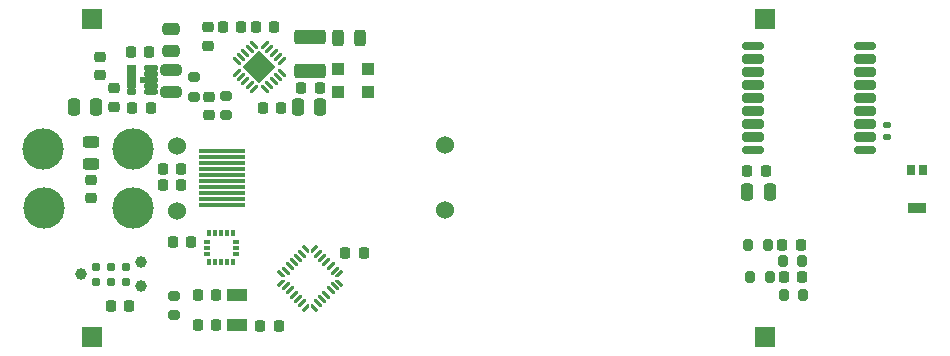
<source format=gbr>
%TF.GenerationSoftware,KiCad,Pcbnew,(6.0.0)*%
%TF.CreationDate,2022-01-24T21:03:08-07:00*%
%TF.ProjectId,SolarGPS,536f6c61-7247-4505-932e-6b696361645f,rev?*%
%TF.SameCoordinates,Original*%
%TF.FileFunction,Soldermask,Top*%
%TF.FilePolarity,Negative*%
%FSLAX46Y46*%
G04 Gerber Fmt 4.6, Leading zero omitted, Abs format (unit mm)*
G04 Created by KiCad (PCBNEW (6.0.0)) date 2022-01-24 21:03:08*
%MOMM*%
%LPD*%
G01*
G04 APERTURE LIST*
G04 Aperture macros list*
%AMRoundRect*
0 Rectangle with rounded corners*
0 $1 Rounding radius*
0 $2 $3 $4 $5 $6 $7 $8 $9 X,Y pos of 4 corners*
0 Add a 4 corners polygon primitive as box body*
4,1,4,$2,$3,$4,$5,$6,$7,$8,$9,$2,$3,0*
0 Add four circle primitives for the rounded corners*
1,1,$1+$1,$2,$3*
1,1,$1+$1,$4,$5*
1,1,$1+$1,$6,$7*
1,1,$1+$1,$8,$9*
0 Add four rect primitives between the rounded corners*
20,1,$1+$1,$2,$3,$4,$5,0*
20,1,$1+$1,$4,$5,$6,$7,0*
20,1,$1+$1,$6,$7,$8,$9,0*
20,1,$1+$1,$8,$9,$2,$3,0*%
%AMRotRect*
0 Rectangle, with rotation*
0 The origin of the aperture is its center*
0 $1 length*
0 $2 width*
0 $3 Rotation angle, in degrees counterclockwise*
0 Add horizontal line*
21,1,$1,$2,0,0,$3*%
%AMOutline4P*
0 Free polygon, 4 corners , with rotation*
0 The origin of the aperture is its center*
0 number of corners: always 4*
0 $1 to $8 corner X, Y*
0 $9 Rotation angle, in degrees counterclockwise*
0 create outline with 4 corners*
4,1,4,$1,$2,$3,$4,$5,$6,$7,$8,$1,$2,$9*%
%AMFreePoly0*
4,1,17,0.230680,0.111820,0.364318,-0.021819,0.364320,-0.021820,0.364320,-0.021821,0.377501,-0.053640,0.377500,-0.053642,0.377500,-0.080000,0.364320,-0.111820,0.332500,-0.125000,-0.332500,-0.125000,-0.364320,-0.111820,-0.377500,-0.080000,-0.377500,0.080000,-0.364320,0.111820,-0.332500,0.125000,0.198860,0.125000,0.230680,0.111820,0.230680,0.111820,$1*%
%AMFreePoly1*
4,1,17,0.364320,0.111820,0.377500,0.080000,0.377500,0.053642,0.377501,0.053640,0.369779,0.035000,0.364320,0.021820,0.364318,0.021819,0.230680,-0.111820,0.198860,-0.125000,-0.332500,-0.125000,-0.364320,-0.111820,-0.377500,-0.080000,-0.377500,0.080000,-0.364320,0.111820,-0.332500,0.125000,0.332500,0.125000,0.364320,0.111820,0.364320,0.111820,$1*%
%AMFreePoly2*
4,1,17,0.053642,0.377500,0.080000,0.377500,0.111820,0.364320,0.125000,0.332500,0.125000,-0.332500,0.111820,-0.364320,0.080000,-0.377500,-0.080000,-0.377500,-0.111820,-0.364320,-0.125000,-0.332500,-0.125000,0.198860,-0.111820,0.230680,0.021819,0.364318,0.021820,0.364320,0.031140,0.368181,0.053640,0.377501,0.053642,0.377500,0.053642,0.377500,$1*%
%AMFreePoly3*
4,1,17,-0.021820,0.364320,0.111818,0.230681,0.111820,0.230680,0.111820,0.230679,0.125001,0.198860,0.125000,0.198858,0.125000,-0.332500,0.111820,-0.364320,0.080000,-0.377500,-0.080000,-0.377500,-0.111820,-0.364320,-0.125000,-0.332500,-0.125000,0.332500,-0.111820,0.364320,-0.080000,0.377500,-0.053640,0.377500,-0.021820,0.364320,-0.021820,0.364320,$1*%
%AMFreePoly4*
4,1,17,0.364320,0.111820,0.377500,0.080000,0.377500,-0.080000,0.364320,-0.111820,0.332500,-0.125000,-0.198858,-0.125000,-0.198860,-0.125001,-0.221360,-0.115681,-0.230680,-0.111820,-0.230681,-0.111818,-0.364320,0.021820,-0.377500,0.053640,-0.377500,0.080000,-0.364320,0.111820,-0.332500,0.125000,0.332500,0.125000,0.364320,0.111820,0.364320,0.111820,$1*%
%AMFreePoly5*
4,1,17,-0.198858,0.125000,0.332500,0.125000,0.364320,0.111820,0.377500,0.080000,0.377500,-0.080000,0.364320,-0.111820,0.332500,-0.125000,-0.332500,-0.125000,-0.364320,-0.111820,-0.377500,-0.080000,-0.377500,-0.053640,-0.364320,-0.021820,-0.230681,0.111818,-0.230680,0.111820,-0.221360,0.115681,-0.198860,0.125001,-0.198858,0.125000,-0.198858,0.125000,$1*%
%AMFreePoly6*
4,1,17,0.111820,0.364320,0.125000,0.332500,0.125000,-0.198858,0.125001,-0.198860,0.115681,-0.221360,0.111820,-0.230680,0.111818,-0.230681,-0.021820,-0.364320,-0.053640,-0.377500,-0.080000,-0.377500,-0.111820,-0.364320,-0.125000,-0.332500,-0.125000,0.332500,-0.111820,0.364320,-0.080000,0.377500,0.080000,0.377500,0.111820,0.364320,0.111820,0.364320,$1*%
%AMFreePoly7*
4,1,17,0.111820,0.364320,0.125000,0.332500,0.125000,-0.332500,0.111820,-0.364320,0.080000,-0.377500,0.053642,-0.377500,0.053640,-0.377501,0.031140,-0.368181,0.021820,-0.364320,0.021819,-0.364318,-0.111820,-0.230680,-0.125000,-0.198860,-0.125000,0.332500,-0.111820,0.364320,-0.080000,0.377500,0.080000,0.377500,0.111820,0.364320,0.111820,0.364320,$1*%
G04 Aperture macros list end*
%ADD10C,0.010000*%
%ADD11RoundRect,0.062500X0.220971X0.309359X-0.309359X-0.220971X-0.220971X-0.309359X0.309359X0.220971X0*%
%ADD12RoundRect,0.062500X-0.220971X0.309359X-0.309359X0.220971X0.220971X-0.309359X0.309359X-0.220971X0*%
%ADD13RotRect,2.000000X2.000000X225.000000*%
%ADD14RoundRect,0.250000X-0.250000X-0.475000X0.250000X-0.475000X0.250000X0.475000X-0.250000X0.475000X0*%
%ADD15RoundRect,0.225000X-0.225000X-0.250000X0.225000X-0.250000X0.225000X0.250000X-0.225000X0.250000X0*%
%ADD16R,4.000000X0.300000*%
%ADD17R,1.800000X1.000000*%
%ADD18C,0.990600*%
%ADD19C,0.787400*%
%ADD20FreePoly0,45.000000*%
%ADD21RoundRect,0.062500X-0.220971X-0.309359X0.309359X0.220971X0.220971X0.309359X-0.309359X-0.220971X0*%
%ADD22FreePoly1,45.000000*%
%ADD23FreePoly2,45.000000*%
%ADD24RoundRect,0.062500X0.220971X-0.309359X0.309359X-0.220971X-0.220971X0.309359X-0.309359X0.220971X0*%
%ADD25FreePoly3,45.000000*%
%ADD26FreePoly4,45.000000*%
%ADD27FreePoly5,45.000000*%
%ADD28FreePoly6,45.000000*%
%ADD29FreePoly7,45.000000*%
%ADD30RoundRect,0.200000X0.275000X-0.200000X0.275000X0.200000X-0.275000X0.200000X-0.275000X-0.200000X0*%
%ADD31RoundRect,0.225000X0.225000X0.250000X-0.225000X0.250000X-0.225000X-0.250000X0.225000X-0.250000X0*%
%ADD32RoundRect,0.250000X-0.475000X0.250000X-0.475000X-0.250000X0.475000X-0.250000X0.475000X0.250000X0*%
%ADD33RoundRect,0.218750X0.256250X-0.218750X0.256250X0.218750X-0.256250X0.218750X-0.256250X-0.218750X0*%
%ADD34RoundRect,0.243750X-0.456250X0.243750X-0.456250X-0.243750X0.456250X-0.243750X0.456250X0.243750X0*%
%ADD35RoundRect,0.218750X-0.218750X-0.256250X0.218750X-0.256250X0.218750X0.256250X-0.218750X0.256250X0*%
%ADD36RoundRect,0.218750X-0.256250X0.218750X-0.256250X-0.218750X0.256250X-0.218750X0.256250X0.218750X0*%
%ADD37RoundRect,0.243750X-0.656250X0.243750X-0.656250X-0.243750X0.656250X-0.243750X0.656250X0.243750X0*%
%ADD38RoundRect,0.243750X-0.243750X-0.456250X0.243750X-0.456250X0.243750X0.456250X-0.243750X0.456250X0*%
%ADD39RoundRect,0.218750X0.218750X0.256250X-0.218750X0.256250X-0.218750X-0.256250X0.218750X-0.256250X0*%
%ADD40RoundRect,0.250000X-1.075000X0.375000X-1.075000X-0.375000X1.075000X-0.375000X1.075000X0.375000X0*%
%ADD41RoundRect,0.250000X0.250000X0.475000X-0.250000X0.475000X-0.250000X-0.475000X0.250000X-0.475000X0*%
%ADD42RoundRect,0.087500X0.087500X-0.187500X0.087500X0.187500X-0.087500X0.187500X-0.087500X-0.187500X0*%
%ADD43RoundRect,0.087500X0.187500X-0.087500X0.187500X0.087500X-0.187500X0.087500X-0.187500X-0.087500X0*%
%ADD44R,1.000000X1.000000*%
%ADD45RoundRect,0.200000X0.200000X0.275000X-0.200000X0.275000X-0.200000X-0.275000X0.200000X-0.275000X0*%
%ADD46RoundRect,0.225000X0.250000X-0.225000X0.250000X0.225000X-0.250000X0.225000X-0.250000X-0.225000X0*%
%ADD47RoundRect,0.147500X-0.172500X0.147500X-0.172500X-0.147500X0.172500X-0.147500X0.172500X0.147500X0*%
%ADD48RoundRect,0.175000X-0.725000X-0.175000X0.725000X-0.175000X0.725000X0.175000X-0.725000X0.175000X0*%
%ADD49RoundRect,0.200000X-0.700000X-0.200000X0.700000X-0.200000X0.700000X0.200000X-0.700000X0.200000X0*%
%ADD50Outline4P,-0.400000X-0.325000X0.400000X-0.325000X0.400000X0.325000X-0.400000X0.325000X90.000000*%
%ADD51Outline4P,-0.400000X-0.800000X0.400000X-0.800000X0.400000X0.800000X-0.400000X0.800000X90.000000*%
%ADD52R,1.700000X1.700000*%
%ADD53C,3.500000*%
%ADD54C,1.524000*%
G04 APERTURE END LIST*
D10*
%TO.C,U7*%
X56695000Y-55575000D02*
X56695000Y-55725000D01*
X56695000Y-55725000D02*
X56695000Y-55731000D01*
X56695000Y-55731000D02*
X56694000Y-55738000D01*
X56694000Y-55738000D02*
X56694000Y-55744000D01*
X56694000Y-55744000D02*
X56692000Y-55750000D01*
X56692000Y-55750000D02*
X56691000Y-55756000D01*
X56691000Y-55756000D02*
X56689000Y-55762000D01*
X56689000Y-55762000D02*
X56687000Y-55768000D01*
X56687000Y-55768000D02*
X56685000Y-55774000D01*
X56685000Y-55774000D02*
X56682000Y-55779000D01*
X56682000Y-55779000D02*
X56679000Y-55785000D01*
X56679000Y-55785000D02*
X56676000Y-55790000D01*
X56676000Y-55790000D02*
X56672000Y-55796000D01*
X56672000Y-55796000D02*
X56668000Y-55801000D01*
X56668000Y-55801000D02*
X56664000Y-55805000D01*
X56664000Y-55805000D02*
X56660000Y-55810000D01*
X56660000Y-55810000D02*
X56655000Y-55814000D01*
X56655000Y-55814000D02*
X56651000Y-55818000D01*
X56651000Y-55818000D02*
X56646000Y-55822000D01*
X56646000Y-55822000D02*
X56640000Y-55826000D01*
X56640000Y-55826000D02*
X56635000Y-55829000D01*
X56635000Y-55829000D02*
X56629000Y-55832000D01*
X56629000Y-55832000D02*
X56624000Y-55835000D01*
X56624000Y-55835000D02*
X56618000Y-55837000D01*
X56618000Y-55837000D02*
X56612000Y-55839000D01*
X56612000Y-55839000D02*
X56606000Y-55841000D01*
X56606000Y-55841000D02*
X56600000Y-55842000D01*
X56600000Y-55842000D02*
X56594000Y-55844000D01*
X56594000Y-55844000D02*
X56588000Y-55844000D01*
X56588000Y-55844000D02*
X56581000Y-55845000D01*
X56581000Y-55845000D02*
X56575000Y-55845000D01*
X56575000Y-55845000D02*
X56075000Y-55845000D01*
X56075000Y-55845000D02*
X56069000Y-55845000D01*
X56069000Y-55845000D02*
X56062000Y-55844000D01*
X56062000Y-55844000D02*
X56056000Y-55844000D01*
X56056000Y-55844000D02*
X56050000Y-55842000D01*
X56050000Y-55842000D02*
X56044000Y-55841000D01*
X56044000Y-55841000D02*
X56038000Y-55839000D01*
X56038000Y-55839000D02*
X56032000Y-55837000D01*
X56032000Y-55837000D02*
X56026000Y-55835000D01*
X56026000Y-55835000D02*
X56021000Y-55832000D01*
X56021000Y-55832000D02*
X56015000Y-55829000D01*
X56015000Y-55829000D02*
X56010000Y-55826000D01*
X56010000Y-55826000D02*
X56004000Y-55822000D01*
X56004000Y-55822000D02*
X55999000Y-55818000D01*
X55999000Y-55818000D02*
X55995000Y-55814000D01*
X55995000Y-55814000D02*
X55990000Y-55810000D01*
X55990000Y-55810000D02*
X55986000Y-55805000D01*
X55986000Y-55805000D02*
X55982000Y-55801000D01*
X55982000Y-55801000D02*
X55978000Y-55796000D01*
X55978000Y-55796000D02*
X55974000Y-55790000D01*
X55974000Y-55790000D02*
X55971000Y-55785000D01*
X55971000Y-55785000D02*
X55968000Y-55779000D01*
X55968000Y-55779000D02*
X55965000Y-55774000D01*
X55965000Y-55774000D02*
X55963000Y-55768000D01*
X55963000Y-55768000D02*
X55961000Y-55762000D01*
X55961000Y-55762000D02*
X55959000Y-55756000D01*
X55959000Y-55756000D02*
X55958000Y-55750000D01*
X55958000Y-55750000D02*
X55956000Y-55744000D01*
X55956000Y-55744000D02*
X55956000Y-55738000D01*
X55956000Y-55738000D02*
X55955000Y-55731000D01*
X55955000Y-55731000D02*
X55955000Y-55725000D01*
X55955000Y-55725000D02*
X55955000Y-55575000D01*
X55955000Y-55575000D02*
X55955000Y-55569000D01*
X55955000Y-55569000D02*
X55956000Y-55562000D01*
X55956000Y-55562000D02*
X55956000Y-55556000D01*
X55956000Y-55556000D02*
X55958000Y-55550000D01*
X55958000Y-55550000D02*
X55959000Y-55544000D01*
X55959000Y-55544000D02*
X55961000Y-55538000D01*
X55961000Y-55538000D02*
X55963000Y-55532000D01*
X55963000Y-55532000D02*
X55965000Y-55526000D01*
X55965000Y-55526000D02*
X55968000Y-55521000D01*
X55968000Y-55521000D02*
X55971000Y-55515000D01*
X55971000Y-55515000D02*
X55974000Y-55510000D01*
X55974000Y-55510000D02*
X55978000Y-55504000D01*
X55978000Y-55504000D02*
X55982000Y-55499000D01*
X55982000Y-55499000D02*
X55986000Y-55495000D01*
X55986000Y-55495000D02*
X55990000Y-55490000D01*
X55990000Y-55490000D02*
X55995000Y-55486000D01*
X55995000Y-55486000D02*
X55999000Y-55482000D01*
X55999000Y-55482000D02*
X56004000Y-55478000D01*
X56004000Y-55478000D02*
X56010000Y-55474000D01*
X56010000Y-55474000D02*
X56015000Y-55471000D01*
X56015000Y-55471000D02*
X56021000Y-55468000D01*
X56021000Y-55468000D02*
X56026000Y-55465000D01*
X56026000Y-55465000D02*
X56032000Y-55463000D01*
X56032000Y-55463000D02*
X56038000Y-55461000D01*
X56038000Y-55461000D02*
X56044000Y-55459000D01*
X56044000Y-55459000D02*
X56050000Y-55458000D01*
X56050000Y-55458000D02*
X56056000Y-55456000D01*
X56056000Y-55456000D02*
X56062000Y-55456000D01*
X56062000Y-55456000D02*
X56069000Y-55455000D01*
X56069000Y-55455000D02*
X56075000Y-55455000D01*
X56075000Y-55455000D02*
X56575000Y-55455000D01*
X56575000Y-55455000D02*
X56581000Y-55455000D01*
X56581000Y-55455000D02*
X56588000Y-55456000D01*
X56588000Y-55456000D02*
X56594000Y-55456000D01*
X56594000Y-55456000D02*
X56600000Y-55458000D01*
X56600000Y-55458000D02*
X56606000Y-55459000D01*
X56606000Y-55459000D02*
X56612000Y-55461000D01*
X56612000Y-55461000D02*
X56618000Y-55463000D01*
X56618000Y-55463000D02*
X56624000Y-55465000D01*
X56624000Y-55465000D02*
X56629000Y-55468000D01*
X56629000Y-55468000D02*
X56635000Y-55471000D01*
X56635000Y-55471000D02*
X56640000Y-55474000D01*
X56640000Y-55474000D02*
X56646000Y-55478000D01*
X56646000Y-55478000D02*
X56651000Y-55482000D01*
X56651000Y-55482000D02*
X56655000Y-55486000D01*
X56655000Y-55486000D02*
X56660000Y-55490000D01*
X56660000Y-55490000D02*
X56664000Y-55495000D01*
X56664000Y-55495000D02*
X56668000Y-55499000D01*
X56668000Y-55499000D02*
X56672000Y-55504000D01*
X56672000Y-55504000D02*
X56676000Y-55510000D01*
X56676000Y-55510000D02*
X56679000Y-55515000D01*
X56679000Y-55515000D02*
X56682000Y-55521000D01*
X56682000Y-55521000D02*
X56685000Y-55526000D01*
X56685000Y-55526000D02*
X56687000Y-55532000D01*
X56687000Y-55532000D02*
X56689000Y-55538000D01*
X56689000Y-55538000D02*
X56691000Y-55544000D01*
X56691000Y-55544000D02*
X56692000Y-55550000D01*
X56692000Y-55550000D02*
X56694000Y-55556000D01*
X56694000Y-55556000D02*
X56694000Y-55562000D01*
X56694000Y-55562000D02*
X56695000Y-55569000D01*
X56695000Y-55569000D02*
X56695000Y-55575000D01*
X56695000Y-55575000D02*
X56695000Y-55575000D01*
G36*
X56588000Y-55456000D02*
G01*
X56594000Y-55456000D01*
X56600000Y-55458000D01*
X56606000Y-55459000D01*
X56624000Y-55465000D01*
X56629000Y-55468000D01*
X56635000Y-55471000D01*
X56640000Y-55474000D01*
X56646000Y-55478000D01*
X56651000Y-55482000D01*
X56655000Y-55486000D01*
X56660000Y-55490000D01*
X56664000Y-55495000D01*
X56668000Y-55499000D01*
X56672000Y-55504000D01*
X56676000Y-55510000D01*
X56679000Y-55515000D01*
X56682000Y-55521000D01*
X56685000Y-55526000D01*
X56691000Y-55544000D01*
X56692000Y-55550000D01*
X56694000Y-55556000D01*
X56694000Y-55562000D01*
X56695000Y-55569000D01*
X56695000Y-55731000D01*
X56694000Y-55738000D01*
X56694000Y-55744000D01*
X56692000Y-55750000D01*
X56691000Y-55756000D01*
X56685000Y-55774000D01*
X56682000Y-55779000D01*
X56679000Y-55785000D01*
X56676000Y-55790000D01*
X56672000Y-55796000D01*
X56668000Y-55801000D01*
X56664000Y-55805000D01*
X56660000Y-55810000D01*
X56655000Y-55814000D01*
X56651000Y-55818000D01*
X56646000Y-55822000D01*
X56640000Y-55826000D01*
X56635000Y-55829000D01*
X56629000Y-55832000D01*
X56624000Y-55835000D01*
X56606000Y-55841000D01*
X56600000Y-55842000D01*
X56594000Y-55844000D01*
X56588000Y-55844000D01*
X56581000Y-55845000D01*
X56069000Y-55845000D01*
X56062000Y-55844000D01*
X56056000Y-55844000D01*
X56050000Y-55842000D01*
X56044000Y-55841000D01*
X56026000Y-55835000D01*
X56021000Y-55832000D01*
X56015000Y-55829000D01*
X56010000Y-55826000D01*
X56004000Y-55822000D01*
X55999000Y-55818000D01*
X55995000Y-55814000D01*
X55990000Y-55810000D01*
X55986000Y-55805000D01*
X55982000Y-55801000D01*
X55978000Y-55796000D01*
X55974000Y-55790000D01*
X55971000Y-55785000D01*
X55968000Y-55779000D01*
X55965000Y-55774000D01*
X55959000Y-55756000D01*
X55958000Y-55750000D01*
X55956000Y-55744000D01*
X55956000Y-55738000D01*
X55955000Y-55731000D01*
X55955000Y-55569000D01*
X55956000Y-55562000D01*
X55956000Y-55556000D01*
X55958000Y-55550000D01*
X55959000Y-55544000D01*
X55965000Y-55526000D01*
X55968000Y-55521000D01*
X55971000Y-55515000D01*
X55974000Y-55510000D01*
X55978000Y-55504000D01*
X55982000Y-55499000D01*
X55986000Y-55495000D01*
X55990000Y-55490000D01*
X55995000Y-55486000D01*
X55999000Y-55482000D01*
X56004000Y-55478000D01*
X56010000Y-55474000D01*
X56015000Y-55471000D01*
X56021000Y-55468000D01*
X56026000Y-55465000D01*
X56044000Y-55459000D01*
X56050000Y-55458000D01*
X56056000Y-55456000D01*
X56062000Y-55456000D01*
X56069000Y-55455000D01*
X56581000Y-55455000D01*
X56588000Y-55456000D01*
G37*
X56588000Y-55456000D02*
X56594000Y-55456000D01*
X56600000Y-55458000D01*
X56606000Y-55459000D01*
X56624000Y-55465000D01*
X56629000Y-55468000D01*
X56635000Y-55471000D01*
X56640000Y-55474000D01*
X56646000Y-55478000D01*
X56651000Y-55482000D01*
X56655000Y-55486000D01*
X56660000Y-55490000D01*
X56664000Y-55495000D01*
X56668000Y-55499000D01*
X56672000Y-55504000D01*
X56676000Y-55510000D01*
X56679000Y-55515000D01*
X56682000Y-55521000D01*
X56685000Y-55526000D01*
X56691000Y-55544000D01*
X56692000Y-55550000D01*
X56694000Y-55556000D01*
X56694000Y-55562000D01*
X56695000Y-55569000D01*
X56695000Y-55731000D01*
X56694000Y-55738000D01*
X56694000Y-55744000D01*
X56692000Y-55750000D01*
X56691000Y-55756000D01*
X56685000Y-55774000D01*
X56682000Y-55779000D01*
X56679000Y-55785000D01*
X56676000Y-55790000D01*
X56672000Y-55796000D01*
X56668000Y-55801000D01*
X56664000Y-55805000D01*
X56660000Y-55810000D01*
X56655000Y-55814000D01*
X56651000Y-55818000D01*
X56646000Y-55822000D01*
X56640000Y-55826000D01*
X56635000Y-55829000D01*
X56629000Y-55832000D01*
X56624000Y-55835000D01*
X56606000Y-55841000D01*
X56600000Y-55842000D01*
X56594000Y-55844000D01*
X56588000Y-55844000D01*
X56581000Y-55845000D01*
X56069000Y-55845000D01*
X56062000Y-55844000D01*
X56056000Y-55844000D01*
X56050000Y-55842000D01*
X56044000Y-55841000D01*
X56026000Y-55835000D01*
X56021000Y-55832000D01*
X56015000Y-55829000D01*
X56010000Y-55826000D01*
X56004000Y-55822000D01*
X55999000Y-55818000D01*
X55995000Y-55814000D01*
X55990000Y-55810000D01*
X55986000Y-55805000D01*
X55982000Y-55801000D01*
X55978000Y-55796000D01*
X55974000Y-55790000D01*
X55971000Y-55785000D01*
X55968000Y-55779000D01*
X55965000Y-55774000D01*
X55959000Y-55756000D01*
X55958000Y-55750000D01*
X55956000Y-55744000D01*
X55956000Y-55738000D01*
X55955000Y-55731000D01*
X55955000Y-55569000D01*
X55956000Y-55562000D01*
X55956000Y-55556000D01*
X55958000Y-55550000D01*
X55959000Y-55544000D01*
X55965000Y-55526000D01*
X55968000Y-55521000D01*
X55971000Y-55515000D01*
X55974000Y-55510000D01*
X55978000Y-55504000D01*
X55982000Y-55499000D01*
X55986000Y-55495000D01*
X55990000Y-55490000D01*
X55995000Y-55486000D01*
X55999000Y-55482000D01*
X56004000Y-55478000D01*
X56010000Y-55474000D01*
X56015000Y-55471000D01*
X56021000Y-55468000D01*
X56026000Y-55465000D01*
X56044000Y-55459000D01*
X56050000Y-55458000D01*
X56056000Y-55456000D01*
X56062000Y-55456000D01*
X56069000Y-55455000D01*
X56581000Y-55455000D01*
X56588000Y-55456000D01*
X58495000Y-56075000D02*
X58495000Y-56225000D01*
X58495000Y-56225000D02*
X58495000Y-56231000D01*
X58495000Y-56231000D02*
X58494000Y-56238000D01*
X58494000Y-56238000D02*
X58494000Y-56244000D01*
X58494000Y-56244000D02*
X58492000Y-56250000D01*
X58492000Y-56250000D02*
X58491000Y-56256000D01*
X58491000Y-56256000D02*
X58489000Y-56262000D01*
X58489000Y-56262000D02*
X58487000Y-56268000D01*
X58487000Y-56268000D02*
X58485000Y-56274000D01*
X58485000Y-56274000D02*
X58482000Y-56279000D01*
X58482000Y-56279000D02*
X58479000Y-56285000D01*
X58479000Y-56285000D02*
X58476000Y-56290000D01*
X58476000Y-56290000D02*
X58472000Y-56296000D01*
X58472000Y-56296000D02*
X58468000Y-56301000D01*
X58468000Y-56301000D02*
X58464000Y-56305000D01*
X58464000Y-56305000D02*
X58460000Y-56310000D01*
X58460000Y-56310000D02*
X58455000Y-56314000D01*
X58455000Y-56314000D02*
X58451000Y-56318000D01*
X58451000Y-56318000D02*
X58446000Y-56322000D01*
X58446000Y-56322000D02*
X58440000Y-56326000D01*
X58440000Y-56326000D02*
X58435000Y-56329000D01*
X58435000Y-56329000D02*
X58429000Y-56332000D01*
X58429000Y-56332000D02*
X58424000Y-56335000D01*
X58424000Y-56335000D02*
X58418000Y-56337000D01*
X58418000Y-56337000D02*
X58412000Y-56339000D01*
X58412000Y-56339000D02*
X58406000Y-56341000D01*
X58406000Y-56341000D02*
X58400000Y-56342000D01*
X58400000Y-56342000D02*
X58394000Y-56344000D01*
X58394000Y-56344000D02*
X58388000Y-56344000D01*
X58388000Y-56344000D02*
X58381000Y-56345000D01*
X58381000Y-56345000D02*
X58375000Y-56345000D01*
X58375000Y-56345000D02*
X57575000Y-56345000D01*
X57575000Y-56345000D02*
X57569000Y-56345000D01*
X57569000Y-56345000D02*
X57562000Y-56344000D01*
X57562000Y-56344000D02*
X57556000Y-56344000D01*
X57556000Y-56344000D02*
X57550000Y-56342000D01*
X57550000Y-56342000D02*
X57544000Y-56341000D01*
X57544000Y-56341000D02*
X57538000Y-56339000D01*
X57538000Y-56339000D02*
X57532000Y-56337000D01*
X57532000Y-56337000D02*
X57526000Y-56335000D01*
X57526000Y-56335000D02*
X57521000Y-56332000D01*
X57521000Y-56332000D02*
X57515000Y-56329000D01*
X57515000Y-56329000D02*
X57510000Y-56326000D01*
X57510000Y-56326000D02*
X57504000Y-56322000D01*
X57504000Y-56322000D02*
X57499000Y-56318000D01*
X57499000Y-56318000D02*
X57495000Y-56314000D01*
X57495000Y-56314000D02*
X57490000Y-56310000D01*
X57490000Y-56310000D02*
X57486000Y-56305000D01*
X57486000Y-56305000D02*
X57482000Y-56301000D01*
X57482000Y-56301000D02*
X57478000Y-56296000D01*
X57478000Y-56296000D02*
X57474000Y-56290000D01*
X57474000Y-56290000D02*
X57471000Y-56285000D01*
X57471000Y-56285000D02*
X57468000Y-56279000D01*
X57468000Y-56279000D02*
X57465000Y-56274000D01*
X57465000Y-56274000D02*
X57463000Y-56268000D01*
X57463000Y-56268000D02*
X57461000Y-56262000D01*
X57461000Y-56262000D02*
X57459000Y-56256000D01*
X57459000Y-56256000D02*
X57458000Y-56250000D01*
X57458000Y-56250000D02*
X57456000Y-56244000D01*
X57456000Y-56244000D02*
X57456000Y-56238000D01*
X57456000Y-56238000D02*
X57455000Y-56231000D01*
X57455000Y-56231000D02*
X57455000Y-56225000D01*
X57455000Y-56225000D02*
X57455000Y-56075000D01*
X57455000Y-56075000D02*
X57455000Y-56069000D01*
X57455000Y-56069000D02*
X57456000Y-56062000D01*
X57456000Y-56062000D02*
X57456000Y-56056000D01*
X57456000Y-56056000D02*
X57458000Y-56050000D01*
X57458000Y-56050000D02*
X57459000Y-56044000D01*
X57459000Y-56044000D02*
X57461000Y-56038000D01*
X57461000Y-56038000D02*
X57463000Y-56032000D01*
X57463000Y-56032000D02*
X57465000Y-56026000D01*
X57465000Y-56026000D02*
X57468000Y-56021000D01*
X57468000Y-56021000D02*
X57471000Y-56015000D01*
X57471000Y-56015000D02*
X57474000Y-56010000D01*
X57474000Y-56010000D02*
X57478000Y-56004000D01*
X57478000Y-56004000D02*
X57482000Y-55999000D01*
X57482000Y-55999000D02*
X57486000Y-55995000D01*
X57486000Y-55995000D02*
X57490000Y-55990000D01*
X57490000Y-55990000D02*
X57495000Y-55986000D01*
X57495000Y-55986000D02*
X57499000Y-55982000D01*
X57499000Y-55982000D02*
X57504000Y-55978000D01*
X57504000Y-55978000D02*
X57510000Y-55974000D01*
X57510000Y-55974000D02*
X57515000Y-55971000D01*
X57515000Y-55971000D02*
X57521000Y-55968000D01*
X57521000Y-55968000D02*
X57526000Y-55965000D01*
X57526000Y-55965000D02*
X57532000Y-55963000D01*
X57532000Y-55963000D02*
X57538000Y-55961000D01*
X57538000Y-55961000D02*
X57544000Y-55959000D01*
X57544000Y-55959000D02*
X57550000Y-55958000D01*
X57550000Y-55958000D02*
X57556000Y-55956000D01*
X57556000Y-55956000D02*
X57562000Y-55956000D01*
X57562000Y-55956000D02*
X57569000Y-55955000D01*
X57569000Y-55955000D02*
X57575000Y-55955000D01*
X57575000Y-55955000D02*
X58375000Y-55955000D01*
X58375000Y-55955000D02*
X58381000Y-55955000D01*
X58381000Y-55955000D02*
X58388000Y-55956000D01*
X58388000Y-55956000D02*
X58394000Y-55956000D01*
X58394000Y-55956000D02*
X58400000Y-55958000D01*
X58400000Y-55958000D02*
X58406000Y-55959000D01*
X58406000Y-55959000D02*
X58412000Y-55961000D01*
X58412000Y-55961000D02*
X58418000Y-55963000D01*
X58418000Y-55963000D02*
X58424000Y-55965000D01*
X58424000Y-55965000D02*
X58429000Y-55968000D01*
X58429000Y-55968000D02*
X58435000Y-55971000D01*
X58435000Y-55971000D02*
X58440000Y-55974000D01*
X58440000Y-55974000D02*
X58446000Y-55978000D01*
X58446000Y-55978000D02*
X58451000Y-55982000D01*
X58451000Y-55982000D02*
X58455000Y-55986000D01*
X58455000Y-55986000D02*
X58460000Y-55990000D01*
X58460000Y-55990000D02*
X58464000Y-55995000D01*
X58464000Y-55995000D02*
X58468000Y-55999000D01*
X58468000Y-55999000D02*
X58472000Y-56004000D01*
X58472000Y-56004000D02*
X58476000Y-56010000D01*
X58476000Y-56010000D02*
X58479000Y-56015000D01*
X58479000Y-56015000D02*
X58482000Y-56021000D01*
X58482000Y-56021000D02*
X58485000Y-56026000D01*
X58485000Y-56026000D02*
X58487000Y-56032000D01*
X58487000Y-56032000D02*
X58489000Y-56038000D01*
X58489000Y-56038000D02*
X58491000Y-56044000D01*
X58491000Y-56044000D02*
X58492000Y-56050000D01*
X58492000Y-56050000D02*
X58494000Y-56056000D01*
X58494000Y-56056000D02*
X58494000Y-56062000D01*
X58494000Y-56062000D02*
X58495000Y-56069000D01*
X58495000Y-56069000D02*
X58495000Y-56075000D01*
X58495000Y-56075000D02*
X58495000Y-56075000D01*
G36*
X58388000Y-55956000D02*
G01*
X58394000Y-55956000D01*
X58400000Y-55958000D01*
X58406000Y-55959000D01*
X58424000Y-55965000D01*
X58429000Y-55968000D01*
X58435000Y-55971000D01*
X58440000Y-55974000D01*
X58446000Y-55978000D01*
X58451000Y-55982000D01*
X58455000Y-55986000D01*
X58460000Y-55990000D01*
X58464000Y-55995000D01*
X58468000Y-55999000D01*
X58472000Y-56004000D01*
X58476000Y-56010000D01*
X58479000Y-56015000D01*
X58482000Y-56021000D01*
X58485000Y-56026000D01*
X58491000Y-56044000D01*
X58492000Y-56050000D01*
X58494000Y-56056000D01*
X58494000Y-56062000D01*
X58495000Y-56069000D01*
X58495000Y-56231000D01*
X58494000Y-56238000D01*
X58494000Y-56244000D01*
X58492000Y-56250000D01*
X58491000Y-56256000D01*
X58485000Y-56274000D01*
X58482000Y-56279000D01*
X58479000Y-56285000D01*
X58476000Y-56290000D01*
X58472000Y-56296000D01*
X58468000Y-56301000D01*
X58464000Y-56305000D01*
X58460000Y-56310000D01*
X58455000Y-56314000D01*
X58451000Y-56318000D01*
X58446000Y-56322000D01*
X58440000Y-56326000D01*
X58435000Y-56329000D01*
X58429000Y-56332000D01*
X58424000Y-56335000D01*
X58406000Y-56341000D01*
X58400000Y-56342000D01*
X58394000Y-56344000D01*
X58388000Y-56344000D01*
X58381000Y-56345000D01*
X57569000Y-56345000D01*
X57562000Y-56344000D01*
X57556000Y-56344000D01*
X57550000Y-56342000D01*
X57544000Y-56341000D01*
X57526000Y-56335000D01*
X57521000Y-56332000D01*
X57515000Y-56329000D01*
X57510000Y-56326000D01*
X57504000Y-56322000D01*
X57499000Y-56318000D01*
X57495000Y-56314000D01*
X57490000Y-56310000D01*
X57486000Y-56305000D01*
X57482000Y-56301000D01*
X57478000Y-56296000D01*
X57474000Y-56290000D01*
X57471000Y-56285000D01*
X57468000Y-56279000D01*
X57465000Y-56274000D01*
X57459000Y-56256000D01*
X57458000Y-56250000D01*
X57456000Y-56244000D01*
X57456000Y-56238000D01*
X57455000Y-56231000D01*
X57455000Y-56069000D01*
X57456000Y-56062000D01*
X57456000Y-56056000D01*
X57458000Y-56050000D01*
X57459000Y-56044000D01*
X57465000Y-56026000D01*
X57468000Y-56021000D01*
X57471000Y-56015000D01*
X57474000Y-56010000D01*
X57478000Y-56004000D01*
X57482000Y-55999000D01*
X57486000Y-55995000D01*
X57490000Y-55990000D01*
X57495000Y-55986000D01*
X57499000Y-55982000D01*
X57504000Y-55978000D01*
X57510000Y-55974000D01*
X57515000Y-55971000D01*
X57521000Y-55968000D01*
X57526000Y-55965000D01*
X57544000Y-55959000D01*
X57550000Y-55958000D01*
X57556000Y-55956000D01*
X57562000Y-55956000D01*
X57569000Y-55955000D01*
X58381000Y-55955000D01*
X58388000Y-55956000D01*
G37*
X58388000Y-55956000D02*
X58394000Y-55956000D01*
X58400000Y-55958000D01*
X58406000Y-55959000D01*
X58424000Y-55965000D01*
X58429000Y-55968000D01*
X58435000Y-55971000D01*
X58440000Y-55974000D01*
X58446000Y-55978000D01*
X58451000Y-55982000D01*
X58455000Y-55986000D01*
X58460000Y-55990000D01*
X58464000Y-55995000D01*
X58468000Y-55999000D01*
X58472000Y-56004000D01*
X58476000Y-56010000D01*
X58479000Y-56015000D01*
X58482000Y-56021000D01*
X58485000Y-56026000D01*
X58491000Y-56044000D01*
X58492000Y-56050000D01*
X58494000Y-56056000D01*
X58494000Y-56062000D01*
X58495000Y-56069000D01*
X58495000Y-56231000D01*
X58494000Y-56238000D01*
X58494000Y-56244000D01*
X58492000Y-56250000D01*
X58491000Y-56256000D01*
X58485000Y-56274000D01*
X58482000Y-56279000D01*
X58479000Y-56285000D01*
X58476000Y-56290000D01*
X58472000Y-56296000D01*
X58468000Y-56301000D01*
X58464000Y-56305000D01*
X58460000Y-56310000D01*
X58455000Y-56314000D01*
X58451000Y-56318000D01*
X58446000Y-56322000D01*
X58440000Y-56326000D01*
X58435000Y-56329000D01*
X58429000Y-56332000D01*
X58424000Y-56335000D01*
X58406000Y-56341000D01*
X58400000Y-56342000D01*
X58394000Y-56344000D01*
X58388000Y-56344000D01*
X58381000Y-56345000D01*
X57569000Y-56345000D01*
X57562000Y-56344000D01*
X57556000Y-56344000D01*
X57550000Y-56342000D01*
X57544000Y-56341000D01*
X57526000Y-56335000D01*
X57521000Y-56332000D01*
X57515000Y-56329000D01*
X57510000Y-56326000D01*
X57504000Y-56322000D01*
X57499000Y-56318000D01*
X57495000Y-56314000D01*
X57490000Y-56310000D01*
X57486000Y-56305000D01*
X57482000Y-56301000D01*
X57478000Y-56296000D01*
X57474000Y-56290000D01*
X57471000Y-56285000D01*
X57468000Y-56279000D01*
X57465000Y-56274000D01*
X57459000Y-56256000D01*
X57458000Y-56250000D01*
X57456000Y-56244000D01*
X57456000Y-56238000D01*
X57455000Y-56231000D01*
X57455000Y-56069000D01*
X57456000Y-56062000D01*
X57456000Y-56056000D01*
X57458000Y-56050000D01*
X57459000Y-56044000D01*
X57465000Y-56026000D01*
X57468000Y-56021000D01*
X57471000Y-56015000D01*
X57474000Y-56010000D01*
X57478000Y-56004000D01*
X57482000Y-55999000D01*
X57486000Y-55995000D01*
X57490000Y-55990000D01*
X57495000Y-55986000D01*
X57499000Y-55982000D01*
X57504000Y-55978000D01*
X57510000Y-55974000D01*
X57515000Y-55971000D01*
X57521000Y-55968000D01*
X57526000Y-55965000D01*
X57544000Y-55959000D01*
X57550000Y-55958000D01*
X57556000Y-55956000D01*
X57562000Y-55956000D01*
X57569000Y-55955000D01*
X58381000Y-55955000D01*
X58388000Y-55956000D01*
X58495000Y-55075000D02*
X58495000Y-55225000D01*
X58495000Y-55225000D02*
X58495000Y-55231000D01*
X58495000Y-55231000D02*
X58494000Y-55238000D01*
X58494000Y-55238000D02*
X58494000Y-55244000D01*
X58494000Y-55244000D02*
X58492000Y-55250000D01*
X58492000Y-55250000D02*
X58491000Y-55256000D01*
X58491000Y-55256000D02*
X58489000Y-55262000D01*
X58489000Y-55262000D02*
X58487000Y-55268000D01*
X58487000Y-55268000D02*
X58485000Y-55274000D01*
X58485000Y-55274000D02*
X58482000Y-55279000D01*
X58482000Y-55279000D02*
X58479000Y-55285000D01*
X58479000Y-55285000D02*
X58476000Y-55290000D01*
X58476000Y-55290000D02*
X58472000Y-55296000D01*
X58472000Y-55296000D02*
X58468000Y-55301000D01*
X58468000Y-55301000D02*
X58464000Y-55305000D01*
X58464000Y-55305000D02*
X58460000Y-55310000D01*
X58460000Y-55310000D02*
X58455000Y-55314000D01*
X58455000Y-55314000D02*
X58451000Y-55318000D01*
X58451000Y-55318000D02*
X58446000Y-55322000D01*
X58446000Y-55322000D02*
X58440000Y-55326000D01*
X58440000Y-55326000D02*
X58435000Y-55329000D01*
X58435000Y-55329000D02*
X58429000Y-55332000D01*
X58429000Y-55332000D02*
X58424000Y-55335000D01*
X58424000Y-55335000D02*
X58418000Y-55337000D01*
X58418000Y-55337000D02*
X58412000Y-55339000D01*
X58412000Y-55339000D02*
X58406000Y-55341000D01*
X58406000Y-55341000D02*
X58400000Y-55342000D01*
X58400000Y-55342000D02*
X58394000Y-55344000D01*
X58394000Y-55344000D02*
X58388000Y-55344000D01*
X58388000Y-55344000D02*
X58381000Y-55345000D01*
X58381000Y-55345000D02*
X58375000Y-55345000D01*
X58375000Y-55345000D02*
X57175000Y-55345000D01*
X57175000Y-55345000D02*
X57169000Y-55345000D01*
X57169000Y-55345000D02*
X57162000Y-55344000D01*
X57162000Y-55344000D02*
X57156000Y-55344000D01*
X57156000Y-55344000D02*
X57150000Y-55342000D01*
X57150000Y-55342000D02*
X57144000Y-55341000D01*
X57144000Y-55341000D02*
X57138000Y-55339000D01*
X57138000Y-55339000D02*
X57132000Y-55337000D01*
X57132000Y-55337000D02*
X57126000Y-55335000D01*
X57126000Y-55335000D02*
X57121000Y-55332000D01*
X57121000Y-55332000D02*
X57115000Y-55329000D01*
X57115000Y-55329000D02*
X57110000Y-55326000D01*
X57110000Y-55326000D02*
X57104000Y-55322000D01*
X57104000Y-55322000D02*
X57099000Y-55318000D01*
X57099000Y-55318000D02*
X57095000Y-55314000D01*
X57095000Y-55314000D02*
X57090000Y-55310000D01*
X57090000Y-55310000D02*
X57086000Y-55305000D01*
X57086000Y-55305000D02*
X57082000Y-55301000D01*
X57082000Y-55301000D02*
X57078000Y-55296000D01*
X57078000Y-55296000D02*
X57074000Y-55290000D01*
X57074000Y-55290000D02*
X57071000Y-55285000D01*
X57071000Y-55285000D02*
X57068000Y-55279000D01*
X57068000Y-55279000D02*
X57065000Y-55274000D01*
X57065000Y-55274000D02*
X57063000Y-55268000D01*
X57063000Y-55268000D02*
X57061000Y-55262000D01*
X57061000Y-55262000D02*
X57059000Y-55256000D01*
X57059000Y-55256000D02*
X57058000Y-55250000D01*
X57058000Y-55250000D02*
X57056000Y-55244000D01*
X57056000Y-55244000D02*
X57056000Y-55238000D01*
X57056000Y-55238000D02*
X57055000Y-55231000D01*
X57055000Y-55231000D02*
X57055000Y-55225000D01*
X57055000Y-55225000D02*
X57055000Y-55075000D01*
X57055000Y-55075000D02*
X57055000Y-55069000D01*
X57055000Y-55069000D02*
X57056000Y-55062000D01*
X57056000Y-55062000D02*
X57056000Y-55056000D01*
X57056000Y-55056000D02*
X57058000Y-55050000D01*
X57058000Y-55050000D02*
X57059000Y-55044000D01*
X57059000Y-55044000D02*
X57061000Y-55038000D01*
X57061000Y-55038000D02*
X57063000Y-55032000D01*
X57063000Y-55032000D02*
X57065000Y-55026000D01*
X57065000Y-55026000D02*
X57068000Y-55021000D01*
X57068000Y-55021000D02*
X57071000Y-55015000D01*
X57071000Y-55015000D02*
X57074000Y-55010000D01*
X57074000Y-55010000D02*
X57078000Y-55004000D01*
X57078000Y-55004000D02*
X57082000Y-54999000D01*
X57082000Y-54999000D02*
X57086000Y-54995000D01*
X57086000Y-54995000D02*
X57090000Y-54990000D01*
X57090000Y-54990000D02*
X57095000Y-54986000D01*
X57095000Y-54986000D02*
X57099000Y-54982000D01*
X57099000Y-54982000D02*
X57104000Y-54978000D01*
X57104000Y-54978000D02*
X57110000Y-54974000D01*
X57110000Y-54974000D02*
X57115000Y-54971000D01*
X57115000Y-54971000D02*
X57121000Y-54968000D01*
X57121000Y-54968000D02*
X57126000Y-54965000D01*
X57126000Y-54965000D02*
X57132000Y-54963000D01*
X57132000Y-54963000D02*
X57138000Y-54961000D01*
X57138000Y-54961000D02*
X57144000Y-54959000D01*
X57144000Y-54959000D02*
X57150000Y-54958000D01*
X57150000Y-54958000D02*
X57156000Y-54956000D01*
X57156000Y-54956000D02*
X57162000Y-54956000D01*
X57162000Y-54956000D02*
X57169000Y-54955000D01*
X57169000Y-54955000D02*
X57175000Y-54955000D01*
X57175000Y-54955000D02*
X58375000Y-54955000D01*
X58375000Y-54955000D02*
X58381000Y-54955000D01*
X58381000Y-54955000D02*
X58388000Y-54956000D01*
X58388000Y-54956000D02*
X58394000Y-54956000D01*
X58394000Y-54956000D02*
X58400000Y-54958000D01*
X58400000Y-54958000D02*
X58406000Y-54959000D01*
X58406000Y-54959000D02*
X58412000Y-54961000D01*
X58412000Y-54961000D02*
X58418000Y-54963000D01*
X58418000Y-54963000D02*
X58424000Y-54965000D01*
X58424000Y-54965000D02*
X58429000Y-54968000D01*
X58429000Y-54968000D02*
X58435000Y-54971000D01*
X58435000Y-54971000D02*
X58440000Y-54974000D01*
X58440000Y-54974000D02*
X58446000Y-54978000D01*
X58446000Y-54978000D02*
X58451000Y-54982000D01*
X58451000Y-54982000D02*
X58455000Y-54986000D01*
X58455000Y-54986000D02*
X58460000Y-54990000D01*
X58460000Y-54990000D02*
X58464000Y-54995000D01*
X58464000Y-54995000D02*
X58468000Y-54999000D01*
X58468000Y-54999000D02*
X58472000Y-55004000D01*
X58472000Y-55004000D02*
X58476000Y-55010000D01*
X58476000Y-55010000D02*
X58479000Y-55015000D01*
X58479000Y-55015000D02*
X58482000Y-55021000D01*
X58482000Y-55021000D02*
X58485000Y-55026000D01*
X58485000Y-55026000D02*
X58487000Y-55032000D01*
X58487000Y-55032000D02*
X58489000Y-55038000D01*
X58489000Y-55038000D02*
X58491000Y-55044000D01*
X58491000Y-55044000D02*
X58492000Y-55050000D01*
X58492000Y-55050000D02*
X58494000Y-55056000D01*
X58494000Y-55056000D02*
X58494000Y-55062000D01*
X58494000Y-55062000D02*
X58495000Y-55069000D01*
X58495000Y-55069000D02*
X58495000Y-55075000D01*
X58495000Y-55075000D02*
X58495000Y-55075000D01*
G36*
X58388000Y-54956000D02*
G01*
X58394000Y-54956000D01*
X58400000Y-54958000D01*
X58406000Y-54959000D01*
X58424000Y-54965000D01*
X58429000Y-54968000D01*
X58435000Y-54971000D01*
X58440000Y-54974000D01*
X58446000Y-54978000D01*
X58451000Y-54982000D01*
X58455000Y-54986000D01*
X58460000Y-54990000D01*
X58464000Y-54995000D01*
X58468000Y-54999000D01*
X58472000Y-55004000D01*
X58476000Y-55010000D01*
X58479000Y-55015000D01*
X58482000Y-55021000D01*
X58485000Y-55026000D01*
X58491000Y-55044000D01*
X58492000Y-55050000D01*
X58494000Y-55056000D01*
X58494000Y-55062000D01*
X58495000Y-55069000D01*
X58495000Y-55231000D01*
X58494000Y-55238000D01*
X58494000Y-55244000D01*
X58492000Y-55250000D01*
X58491000Y-55256000D01*
X58485000Y-55274000D01*
X58482000Y-55279000D01*
X58479000Y-55285000D01*
X58476000Y-55290000D01*
X58472000Y-55296000D01*
X58468000Y-55301000D01*
X58464000Y-55305000D01*
X58460000Y-55310000D01*
X58455000Y-55314000D01*
X58451000Y-55318000D01*
X58446000Y-55322000D01*
X58440000Y-55326000D01*
X58435000Y-55329000D01*
X58429000Y-55332000D01*
X58424000Y-55335000D01*
X58406000Y-55341000D01*
X58400000Y-55342000D01*
X58394000Y-55344000D01*
X58388000Y-55344000D01*
X58381000Y-55345000D01*
X57169000Y-55345000D01*
X57162000Y-55344000D01*
X57156000Y-55344000D01*
X57150000Y-55342000D01*
X57144000Y-55341000D01*
X57126000Y-55335000D01*
X57121000Y-55332000D01*
X57115000Y-55329000D01*
X57110000Y-55326000D01*
X57104000Y-55322000D01*
X57099000Y-55318000D01*
X57095000Y-55314000D01*
X57090000Y-55310000D01*
X57086000Y-55305000D01*
X57082000Y-55301000D01*
X57078000Y-55296000D01*
X57074000Y-55290000D01*
X57071000Y-55285000D01*
X57068000Y-55279000D01*
X57065000Y-55274000D01*
X57059000Y-55256000D01*
X57058000Y-55250000D01*
X57056000Y-55244000D01*
X57056000Y-55238000D01*
X57055000Y-55231000D01*
X57055000Y-55069000D01*
X57056000Y-55062000D01*
X57056000Y-55056000D01*
X57058000Y-55050000D01*
X57059000Y-55044000D01*
X57065000Y-55026000D01*
X57068000Y-55021000D01*
X57071000Y-55015000D01*
X57074000Y-55010000D01*
X57078000Y-55004000D01*
X57082000Y-54999000D01*
X57086000Y-54995000D01*
X57090000Y-54990000D01*
X57095000Y-54986000D01*
X57099000Y-54982000D01*
X57104000Y-54978000D01*
X57110000Y-54974000D01*
X57115000Y-54971000D01*
X57121000Y-54968000D01*
X57126000Y-54965000D01*
X57144000Y-54959000D01*
X57150000Y-54958000D01*
X57156000Y-54956000D01*
X57162000Y-54956000D01*
X57169000Y-54955000D01*
X58381000Y-54955000D01*
X58388000Y-54956000D01*
G37*
X58388000Y-54956000D02*
X58394000Y-54956000D01*
X58400000Y-54958000D01*
X58406000Y-54959000D01*
X58424000Y-54965000D01*
X58429000Y-54968000D01*
X58435000Y-54971000D01*
X58440000Y-54974000D01*
X58446000Y-54978000D01*
X58451000Y-54982000D01*
X58455000Y-54986000D01*
X58460000Y-54990000D01*
X58464000Y-54995000D01*
X58468000Y-54999000D01*
X58472000Y-55004000D01*
X58476000Y-55010000D01*
X58479000Y-55015000D01*
X58482000Y-55021000D01*
X58485000Y-55026000D01*
X58491000Y-55044000D01*
X58492000Y-55050000D01*
X58494000Y-55056000D01*
X58494000Y-55062000D01*
X58495000Y-55069000D01*
X58495000Y-55231000D01*
X58494000Y-55238000D01*
X58494000Y-55244000D01*
X58492000Y-55250000D01*
X58491000Y-55256000D01*
X58485000Y-55274000D01*
X58482000Y-55279000D01*
X58479000Y-55285000D01*
X58476000Y-55290000D01*
X58472000Y-55296000D01*
X58468000Y-55301000D01*
X58464000Y-55305000D01*
X58460000Y-55310000D01*
X58455000Y-55314000D01*
X58451000Y-55318000D01*
X58446000Y-55322000D01*
X58440000Y-55326000D01*
X58435000Y-55329000D01*
X58429000Y-55332000D01*
X58424000Y-55335000D01*
X58406000Y-55341000D01*
X58400000Y-55342000D01*
X58394000Y-55344000D01*
X58388000Y-55344000D01*
X58381000Y-55345000D01*
X57169000Y-55345000D01*
X57162000Y-55344000D01*
X57156000Y-55344000D01*
X57150000Y-55342000D01*
X57144000Y-55341000D01*
X57126000Y-55335000D01*
X57121000Y-55332000D01*
X57115000Y-55329000D01*
X57110000Y-55326000D01*
X57104000Y-55322000D01*
X57099000Y-55318000D01*
X57095000Y-55314000D01*
X57090000Y-55310000D01*
X57086000Y-55305000D01*
X57082000Y-55301000D01*
X57078000Y-55296000D01*
X57074000Y-55290000D01*
X57071000Y-55285000D01*
X57068000Y-55279000D01*
X57065000Y-55274000D01*
X57059000Y-55256000D01*
X57058000Y-55250000D01*
X57056000Y-55244000D01*
X57056000Y-55238000D01*
X57055000Y-55231000D01*
X57055000Y-55069000D01*
X57056000Y-55062000D01*
X57056000Y-55056000D01*
X57058000Y-55050000D01*
X57059000Y-55044000D01*
X57065000Y-55026000D01*
X57068000Y-55021000D01*
X57071000Y-55015000D01*
X57074000Y-55010000D01*
X57078000Y-55004000D01*
X57082000Y-54999000D01*
X57086000Y-54995000D01*
X57090000Y-54990000D01*
X57095000Y-54986000D01*
X57099000Y-54982000D01*
X57104000Y-54978000D01*
X57110000Y-54974000D01*
X57115000Y-54971000D01*
X57121000Y-54968000D01*
X57126000Y-54965000D01*
X57144000Y-54959000D01*
X57150000Y-54958000D01*
X57156000Y-54956000D01*
X57162000Y-54956000D01*
X57169000Y-54955000D01*
X58381000Y-54955000D01*
X58388000Y-54956000D01*
X58495000Y-54575000D02*
X58495000Y-54725000D01*
X58495000Y-54725000D02*
X58495000Y-54731000D01*
X58495000Y-54731000D02*
X58494000Y-54738000D01*
X58494000Y-54738000D02*
X58494000Y-54744000D01*
X58494000Y-54744000D02*
X58492000Y-54750000D01*
X58492000Y-54750000D02*
X58491000Y-54756000D01*
X58491000Y-54756000D02*
X58489000Y-54762000D01*
X58489000Y-54762000D02*
X58487000Y-54768000D01*
X58487000Y-54768000D02*
X58485000Y-54774000D01*
X58485000Y-54774000D02*
X58482000Y-54779000D01*
X58482000Y-54779000D02*
X58479000Y-54785000D01*
X58479000Y-54785000D02*
X58476000Y-54790000D01*
X58476000Y-54790000D02*
X58472000Y-54796000D01*
X58472000Y-54796000D02*
X58468000Y-54801000D01*
X58468000Y-54801000D02*
X58464000Y-54805000D01*
X58464000Y-54805000D02*
X58460000Y-54810000D01*
X58460000Y-54810000D02*
X58455000Y-54814000D01*
X58455000Y-54814000D02*
X58451000Y-54818000D01*
X58451000Y-54818000D02*
X58446000Y-54822000D01*
X58446000Y-54822000D02*
X58440000Y-54826000D01*
X58440000Y-54826000D02*
X58435000Y-54829000D01*
X58435000Y-54829000D02*
X58429000Y-54832000D01*
X58429000Y-54832000D02*
X58424000Y-54835000D01*
X58424000Y-54835000D02*
X58418000Y-54837000D01*
X58418000Y-54837000D02*
X58412000Y-54839000D01*
X58412000Y-54839000D02*
X58406000Y-54841000D01*
X58406000Y-54841000D02*
X58400000Y-54842000D01*
X58400000Y-54842000D02*
X58394000Y-54844000D01*
X58394000Y-54844000D02*
X58388000Y-54844000D01*
X58388000Y-54844000D02*
X58381000Y-54845000D01*
X58381000Y-54845000D02*
X58375000Y-54845000D01*
X58375000Y-54845000D02*
X57575000Y-54845000D01*
X57575000Y-54845000D02*
X57569000Y-54845000D01*
X57569000Y-54845000D02*
X57562000Y-54844000D01*
X57562000Y-54844000D02*
X57556000Y-54844000D01*
X57556000Y-54844000D02*
X57550000Y-54842000D01*
X57550000Y-54842000D02*
X57544000Y-54841000D01*
X57544000Y-54841000D02*
X57538000Y-54839000D01*
X57538000Y-54839000D02*
X57532000Y-54837000D01*
X57532000Y-54837000D02*
X57526000Y-54835000D01*
X57526000Y-54835000D02*
X57521000Y-54832000D01*
X57521000Y-54832000D02*
X57515000Y-54829000D01*
X57515000Y-54829000D02*
X57510000Y-54826000D01*
X57510000Y-54826000D02*
X57504000Y-54822000D01*
X57504000Y-54822000D02*
X57499000Y-54818000D01*
X57499000Y-54818000D02*
X57495000Y-54814000D01*
X57495000Y-54814000D02*
X57490000Y-54810000D01*
X57490000Y-54810000D02*
X57486000Y-54805000D01*
X57486000Y-54805000D02*
X57482000Y-54801000D01*
X57482000Y-54801000D02*
X57478000Y-54796000D01*
X57478000Y-54796000D02*
X57474000Y-54790000D01*
X57474000Y-54790000D02*
X57471000Y-54785000D01*
X57471000Y-54785000D02*
X57468000Y-54779000D01*
X57468000Y-54779000D02*
X57465000Y-54774000D01*
X57465000Y-54774000D02*
X57463000Y-54768000D01*
X57463000Y-54768000D02*
X57461000Y-54762000D01*
X57461000Y-54762000D02*
X57459000Y-54756000D01*
X57459000Y-54756000D02*
X57458000Y-54750000D01*
X57458000Y-54750000D02*
X57456000Y-54744000D01*
X57456000Y-54744000D02*
X57456000Y-54738000D01*
X57456000Y-54738000D02*
X57455000Y-54731000D01*
X57455000Y-54731000D02*
X57455000Y-54725000D01*
X57455000Y-54725000D02*
X57455000Y-54575000D01*
X57455000Y-54575000D02*
X57455000Y-54569000D01*
X57455000Y-54569000D02*
X57456000Y-54562000D01*
X57456000Y-54562000D02*
X57456000Y-54556000D01*
X57456000Y-54556000D02*
X57458000Y-54550000D01*
X57458000Y-54550000D02*
X57459000Y-54544000D01*
X57459000Y-54544000D02*
X57461000Y-54538000D01*
X57461000Y-54538000D02*
X57463000Y-54532000D01*
X57463000Y-54532000D02*
X57465000Y-54526000D01*
X57465000Y-54526000D02*
X57468000Y-54521000D01*
X57468000Y-54521000D02*
X57471000Y-54515000D01*
X57471000Y-54515000D02*
X57474000Y-54510000D01*
X57474000Y-54510000D02*
X57478000Y-54504000D01*
X57478000Y-54504000D02*
X57482000Y-54499000D01*
X57482000Y-54499000D02*
X57486000Y-54495000D01*
X57486000Y-54495000D02*
X57490000Y-54490000D01*
X57490000Y-54490000D02*
X57495000Y-54486000D01*
X57495000Y-54486000D02*
X57499000Y-54482000D01*
X57499000Y-54482000D02*
X57504000Y-54478000D01*
X57504000Y-54478000D02*
X57510000Y-54474000D01*
X57510000Y-54474000D02*
X57515000Y-54471000D01*
X57515000Y-54471000D02*
X57521000Y-54468000D01*
X57521000Y-54468000D02*
X57526000Y-54465000D01*
X57526000Y-54465000D02*
X57532000Y-54463000D01*
X57532000Y-54463000D02*
X57538000Y-54461000D01*
X57538000Y-54461000D02*
X57544000Y-54459000D01*
X57544000Y-54459000D02*
X57550000Y-54458000D01*
X57550000Y-54458000D02*
X57556000Y-54456000D01*
X57556000Y-54456000D02*
X57562000Y-54456000D01*
X57562000Y-54456000D02*
X57569000Y-54455000D01*
X57569000Y-54455000D02*
X57575000Y-54455000D01*
X57575000Y-54455000D02*
X58375000Y-54455000D01*
X58375000Y-54455000D02*
X58381000Y-54455000D01*
X58381000Y-54455000D02*
X58388000Y-54456000D01*
X58388000Y-54456000D02*
X58394000Y-54456000D01*
X58394000Y-54456000D02*
X58400000Y-54458000D01*
X58400000Y-54458000D02*
X58406000Y-54459000D01*
X58406000Y-54459000D02*
X58412000Y-54461000D01*
X58412000Y-54461000D02*
X58418000Y-54463000D01*
X58418000Y-54463000D02*
X58424000Y-54465000D01*
X58424000Y-54465000D02*
X58429000Y-54468000D01*
X58429000Y-54468000D02*
X58435000Y-54471000D01*
X58435000Y-54471000D02*
X58440000Y-54474000D01*
X58440000Y-54474000D02*
X58446000Y-54478000D01*
X58446000Y-54478000D02*
X58451000Y-54482000D01*
X58451000Y-54482000D02*
X58455000Y-54486000D01*
X58455000Y-54486000D02*
X58460000Y-54490000D01*
X58460000Y-54490000D02*
X58464000Y-54495000D01*
X58464000Y-54495000D02*
X58468000Y-54499000D01*
X58468000Y-54499000D02*
X58472000Y-54504000D01*
X58472000Y-54504000D02*
X58476000Y-54510000D01*
X58476000Y-54510000D02*
X58479000Y-54515000D01*
X58479000Y-54515000D02*
X58482000Y-54521000D01*
X58482000Y-54521000D02*
X58485000Y-54526000D01*
X58485000Y-54526000D02*
X58487000Y-54532000D01*
X58487000Y-54532000D02*
X58489000Y-54538000D01*
X58489000Y-54538000D02*
X58491000Y-54544000D01*
X58491000Y-54544000D02*
X58492000Y-54550000D01*
X58492000Y-54550000D02*
X58494000Y-54556000D01*
X58494000Y-54556000D02*
X58494000Y-54562000D01*
X58494000Y-54562000D02*
X58495000Y-54569000D01*
X58495000Y-54569000D02*
X58495000Y-54575000D01*
X58495000Y-54575000D02*
X58495000Y-54575000D01*
G36*
X58388000Y-54456000D02*
G01*
X58394000Y-54456000D01*
X58400000Y-54458000D01*
X58406000Y-54459000D01*
X58424000Y-54465000D01*
X58429000Y-54468000D01*
X58435000Y-54471000D01*
X58440000Y-54474000D01*
X58446000Y-54478000D01*
X58451000Y-54482000D01*
X58455000Y-54486000D01*
X58460000Y-54490000D01*
X58464000Y-54495000D01*
X58468000Y-54499000D01*
X58472000Y-54504000D01*
X58476000Y-54510000D01*
X58479000Y-54515000D01*
X58482000Y-54521000D01*
X58485000Y-54526000D01*
X58491000Y-54544000D01*
X58492000Y-54550000D01*
X58494000Y-54556000D01*
X58494000Y-54562000D01*
X58495000Y-54569000D01*
X58495000Y-54731000D01*
X58494000Y-54738000D01*
X58494000Y-54744000D01*
X58492000Y-54750000D01*
X58491000Y-54756000D01*
X58485000Y-54774000D01*
X58482000Y-54779000D01*
X58479000Y-54785000D01*
X58476000Y-54790000D01*
X58472000Y-54796000D01*
X58468000Y-54801000D01*
X58464000Y-54805000D01*
X58460000Y-54810000D01*
X58455000Y-54814000D01*
X58451000Y-54818000D01*
X58446000Y-54822000D01*
X58440000Y-54826000D01*
X58435000Y-54829000D01*
X58429000Y-54832000D01*
X58424000Y-54835000D01*
X58406000Y-54841000D01*
X58400000Y-54842000D01*
X58394000Y-54844000D01*
X58388000Y-54844000D01*
X58381000Y-54845000D01*
X57569000Y-54845000D01*
X57562000Y-54844000D01*
X57556000Y-54844000D01*
X57550000Y-54842000D01*
X57544000Y-54841000D01*
X57526000Y-54835000D01*
X57521000Y-54832000D01*
X57515000Y-54829000D01*
X57510000Y-54826000D01*
X57504000Y-54822000D01*
X57499000Y-54818000D01*
X57495000Y-54814000D01*
X57490000Y-54810000D01*
X57486000Y-54805000D01*
X57482000Y-54801000D01*
X57478000Y-54796000D01*
X57474000Y-54790000D01*
X57471000Y-54785000D01*
X57468000Y-54779000D01*
X57465000Y-54774000D01*
X57459000Y-54756000D01*
X57458000Y-54750000D01*
X57456000Y-54744000D01*
X57456000Y-54738000D01*
X57455000Y-54731000D01*
X57455000Y-54569000D01*
X57456000Y-54562000D01*
X57456000Y-54556000D01*
X57458000Y-54550000D01*
X57459000Y-54544000D01*
X57465000Y-54526000D01*
X57468000Y-54521000D01*
X57471000Y-54515000D01*
X57474000Y-54510000D01*
X57478000Y-54504000D01*
X57482000Y-54499000D01*
X57486000Y-54495000D01*
X57490000Y-54490000D01*
X57495000Y-54486000D01*
X57499000Y-54482000D01*
X57504000Y-54478000D01*
X57510000Y-54474000D01*
X57515000Y-54471000D01*
X57521000Y-54468000D01*
X57526000Y-54465000D01*
X57544000Y-54459000D01*
X57550000Y-54458000D01*
X57556000Y-54456000D01*
X57562000Y-54456000D01*
X57569000Y-54455000D01*
X58381000Y-54455000D01*
X58388000Y-54456000D01*
G37*
X58388000Y-54456000D02*
X58394000Y-54456000D01*
X58400000Y-54458000D01*
X58406000Y-54459000D01*
X58424000Y-54465000D01*
X58429000Y-54468000D01*
X58435000Y-54471000D01*
X58440000Y-54474000D01*
X58446000Y-54478000D01*
X58451000Y-54482000D01*
X58455000Y-54486000D01*
X58460000Y-54490000D01*
X58464000Y-54495000D01*
X58468000Y-54499000D01*
X58472000Y-54504000D01*
X58476000Y-54510000D01*
X58479000Y-54515000D01*
X58482000Y-54521000D01*
X58485000Y-54526000D01*
X58491000Y-54544000D01*
X58492000Y-54550000D01*
X58494000Y-54556000D01*
X58494000Y-54562000D01*
X58495000Y-54569000D01*
X58495000Y-54731000D01*
X58494000Y-54738000D01*
X58494000Y-54744000D01*
X58492000Y-54750000D01*
X58491000Y-54756000D01*
X58485000Y-54774000D01*
X58482000Y-54779000D01*
X58479000Y-54785000D01*
X58476000Y-54790000D01*
X58472000Y-54796000D01*
X58468000Y-54801000D01*
X58464000Y-54805000D01*
X58460000Y-54810000D01*
X58455000Y-54814000D01*
X58451000Y-54818000D01*
X58446000Y-54822000D01*
X58440000Y-54826000D01*
X58435000Y-54829000D01*
X58429000Y-54832000D01*
X58424000Y-54835000D01*
X58406000Y-54841000D01*
X58400000Y-54842000D01*
X58394000Y-54844000D01*
X58388000Y-54844000D01*
X58381000Y-54845000D01*
X57569000Y-54845000D01*
X57562000Y-54844000D01*
X57556000Y-54844000D01*
X57550000Y-54842000D01*
X57544000Y-54841000D01*
X57526000Y-54835000D01*
X57521000Y-54832000D01*
X57515000Y-54829000D01*
X57510000Y-54826000D01*
X57504000Y-54822000D01*
X57499000Y-54818000D01*
X57495000Y-54814000D01*
X57490000Y-54810000D01*
X57486000Y-54805000D01*
X57482000Y-54801000D01*
X57478000Y-54796000D01*
X57474000Y-54790000D01*
X57471000Y-54785000D01*
X57468000Y-54779000D01*
X57465000Y-54774000D01*
X57459000Y-54756000D01*
X57458000Y-54750000D01*
X57456000Y-54744000D01*
X57456000Y-54738000D01*
X57455000Y-54731000D01*
X57455000Y-54569000D01*
X57456000Y-54562000D01*
X57456000Y-54556000D01*
X57458000Y-54550000D01*
X57459000Y-54544000D01*
X57465000Y-54526000D01*
X57468000Y-54521000D01*
X57471000Y-54515000D01*
X57474000Y-54510000D01*
X57478000Y-54504000D01*
X57482000Y-54499000D01*
X57486000Y-54495000D01*
X57490000Y-54490000D01*
X57495000Y-54486000D01*
X57499000Y-54482000D01*
X57504000Y-54478000D01*
X57510000Y-54474000D01*
X57515000Y-54471000D01*
X57521000Y-54468000D01*
X57526000Y-54465000D01*
X57544000Y-54459000D01*
X57550000Y-54458000D01*
X57556000Y-54456000D01*
X57562000Y-54456000D01*
X57569000Y-54455000D01*
X58381000Y-54455000D01*
X58388000Y-54456000D01*
X56695000Y-56075000D02*
X56695000Y-56225000D01*
X56695000Y-56225000D02*
X56695000Y-56231000D01*
X56695000Y-56231000D02*
X56694000Y-56238000D01*
X56694000Y-56238000D02*
X56694000Y-56244000D01*
X56694000Y-56244000D02*
X56692000Y-56250000D01*
X56692000Y-56250000D02*
X56691000Y-56256000D01*
X56691000Y-56256000D02*
X56689000Y-56262000D01*
X56689000Y-56262000D02*
X56687000Y-56268000D01*
X56687000Y-56268000D02*
X56685000Y-56274000D01*
X56685000Y-56274000D02*
X56682000Y-56279000D01*
X56682000Y-56279000D02*
X56679000Y-56285000D01*
X56679000Y-56285000D02*
X56676000Y-56290000D01*
X56676000Y-56290000D02*
X56672000Y-56296000D01*
X56672000Y-56296000D02*
X56668000Y-56301000D01*
X56668000Y-56301000D02*
X56664000Y-56305000D01*
X56664000Y-56305000D02*
X56660000Y-56310000D01*
X56660000Y-56310000D02*
X56655000Y-56314000D01*
X56655000Y-56314000D02*
X56651000Y-56318000D01*
X56651000Y-56318000D02*
X56646000Y-56322000D01*
X56646000Y-56322000D02*
X56640000Y-56326000D01*
X56640000Y-56326000D02*
X56635000Y-56329000D01*
X56635000Y-56329000D02*
X56629000Y-56332000D01*
X56629000Y-56332000D02*
X56624000Y-56335000D01*
X56624000Y-56335000D02*
X56618000Y-56337000D01*
X56618000Y-56337000D02*
X56612000Y-56339000D01*
X56612000Y-56339000D02*
X56606000Y-56341000D01*
X56606000Y-56341000D02*
X56600000Y-56342000D01*
X56600000Y-56342000D02*
X56594000Y-56344000D01*
X56594000Y-56344000D02*
X56588000Y-56344000D01*
X56588000Y-56344000D02*
X56581000Y-56345000D01*
X56581000Y-56345000D02*
X56575000Y-56345000D01*
X56575000Y-56345000D02*
X56075000Y-56345000D01*
X56075000Y-56345000D02*
X56069000Y-56345000D01*
X56069000Y-56345000D02*
X56062000Y-56344000D01*
X56062000Y-56344000D02*
X56056000Y-56344000D01*
X56056000Y-56344000D02*
X56050000Y-56342000D01*
X56050000Y-56342000D02*
X56044000Y-56341000D01*
X56044000Y-56341000D02*
X56038000Y-56339000D01*
X56038000Y-56339000D02*
X56032000Y-56337000D01*
X56032000Y-56337000D02*
X56026000Y-56335000D01*
X56026000Y-56335000D02*
X56021000Y-56332000D01*
X56021000Y-56332000D02*
X56015000Y-56329000D01*
X56015000Y-56329000D02*
X56010000Y-56326000D01*
X56010000Y-56326000D02*
X56004000Y-56322000D01*
X56004000Y-56322000D02*
X55999000Y-56318000D01*
X55999000Y-56318000D02*
X55995000Y-56314000D01*
X55995000Y-56314000D02*
X55990000Y-56310000D01*
X55990000Y-56310000D02*
X55986000Y-56305000D01*
X55986000Y-56305000D02*
X55982000Y-56301000D01*
X55982000Y-56301000D02*
X55978000Y-56296000D01*
X55978000Y-56296000D02*
X55974000Y-56290000D01*
X55974000Y-56290000D02*
X55971000Y-56285000D01*
X55971000Y-56285000D02*
X55968000Y-56279000D01*
X55968000Y-56279000D02*
X55965000Y-56274000D01*
X55965000Y-56274000D02*
X55963000Y-56268000D01*
X55963000Y-56268000D02*
X55961000Y-56262000D01*
X55961000Y-56262000D02*
X55959000Y-56256000D01*
X55959000Y-56256000D02*
X55958000Y-56250000D01*
X55958000Y-56250000D02*
X55956000Y-56244000D01*
X55956000Y-56244000D02*
X55956000Y-56238000D01*
X55956000Y-56238000D02*
X55955000Y-56231000D01*
X55955000Y-56231000D02*
X55955000Y-56225000D01*
X55955000Y-56225000D02*
X55955000Y-56075000D01*
X55955000Y-56075000D02*
X55955000Y-56069000D01*
X55955000Y-56069000D02*
X55956000Y-56062000D01*
X55956000Y-56062000D02*
X55956000Y-56056000D01*
X55956000Y-56056000D02*
X55958000Y-56050000D01*
X55958000Y-56050000D02*
X55959000Y-56044000D01*
X55959000Y-56044000D02*
X55961000Y-56038000D01*
X55961000Y-56038000D02*
X55963000Y-56032000D01*
X55963000Y-56032000D02*
X55965000Y-56026000D01*
X55965000Y-56026000D02*
X55968000Y-56021000D01*
X55968000Y-56021000D02*
X55971000Y-56015000D01*
X55971000Y-56015000D02*
X55974000Y-56010000D01*
X55974000Y-56010000D02*
X55978000Y-56004000D01*
X55978000Y-56004000D02*
X55982000Y-55999000D01*
X55982000Y-55999000D02*
X55986000Y-55995000D01*
X55986000Y-55995000D02*
X55990000Y-55990000D01*
X55990000Y-55990000D02*
X55995000Y-55986000D01*
X55995000Y-55986000D02*
X55999000Y-55982000D01*
X55999000Y-55982000D02*
X56004000Y-55978000D01*
X56004000Y-55978000D02*
X56010000Y-55974000D01*
X56010000Y-55974000D02*
X56015000Y-55971000D01*
X56015000Y-55971000D02*
X56021000Y-55968000D01*
X56021000Y-55968000D02*
X56026000Y-55965000D01*
X56026000Y-55965000D02*
X56032000Y-55963000D01*
X56032000Y-55963000D02*
X56038000Y-55961000D01*
X56038000Y-55961000D02*
X56044000Y-55959000D01*
X56044000Y-55959000D02*
X56050000Y-55958000D01*
X56050000Y-55958000D02*
X56056000Y-55956000D01*
X56056000Y-55956000D02*
X56062000Y-55956000D01*
X56062000Y-55956000D02*
X56069000Y-55955000D01*
X56069000Y-55955000D02*
X56075000Y-55955000D01*
X56075000Y-55955000D02*
X56575000Y-55955000D01*
X56575000Y-55955000D02*
X56581000Y-55955000D01*
X56581000Y-55955000D02*
X56588000Y-55956000D01*
X56588000Y-55956000D02*
X56594000Y-55956000D01*
X56594000Y-55956000D02*
X56600000Y-55958000D01*
X56600000Y-55958000D02*
X56606000Y-55959000D01*
X56606000Y-55959000D02*
X56612000Y-55961000D01*
X56612000Y-55961000D02*
X56618000Y-55963000D01*
X56618000Y-55963000D02*
X56624000Y-55965000D01*
X56624000Y-55965000D02*
X56629000Y-55968000D01*
X56629000Y-55968000D02*
X56635000Y-55971000D01*
X56635000Y-55971000D02*
X56640000Y-55974000D01*
X56640000Y-55974000D02*
X56646000Y-55978000D01*
X56646000Y-55978000D02*
X56651000Y-55982000D01*
X56651000Y-55982000D02*
X56655000Y-55986000D01*
X56655000Y-55986000D02*
X56660000Y-55990000D01*
X56660000Y-55990000D02*
X56664000Y-55995000D01*
X56664000Y-55995000D02*
X56668000Y-55999000D01*
X56668000Y-55999000D02*
X56672000Y-56004000D01*
X56672000Y-56004000D02*
X56676000Y-56010000D01*
X56676000Y-56010000D02*
X56679000Y-56015000D01*
X56679000Y-56015000D02*
X56682000Y-56021000D01*
X56682000Y-56021000D02*
X56685000Y-56026000D01*
X56685000Y-56026000D02*
X56687000Y-56032000D01*
X56687000Y-56032000D02*
X56689000Y-56038000D01*
X56689000Y-56038000D02*
X56691000Y-56044000D01*
X56691000Y-56044000D02*
X56692000Y-56050000D01*
X56692000Y-56050000D02*
X56694000Y-56056000D01*
X56694000Y-56056000D02*
X56694000Y-56062000D01*
X56694000Y-56062000D02*
X56695000Y-56069000D01*
X56695000Y-56069000D02*
X56695000Y-56075000D01*
X56695000Y-56075000D02*
X56695000Y-56075000D01*
G36*
X56588000Y-55956000D02*
G01*
X56594000Y-55956000D01*
X56600000Y-55958000D01*
X56606000Y-55959000D01*
X56624000Y-55965000D01*
X56629000Y-55968000D01*
X56635000Y-55971000D01*
X56640000Y-55974000D01*
X56646000Y-55978000D01*
X56651000Y-55982000D01*
X56655000Y-55986000D01*
X56660000Y-55990000D01*
X56664000Y-55995000D01*
X56668000Y-55999000D01*
X56672000Y-56004000D01*
X56676000Y-56010000D01*
X56679000Y-56015000D01*
X56682000Y-56021000D01*
X56685000Y-56026000D01*
X56691000Y-56044000D01*
X56692000Y-56050000D01*
X56694000Y-56056000D01*
X56694000Y-56062000D01*
X56695000Y-56069000D01*
X56695000Y-56231000D01*
X56694000Y-56238000D01*
X56694000Y-56244000D01*
X56692000Y-56250000D01*
X56691000Y-56256000D01*
X56685000Y-56274000D01*
X56682000Y-56279000D01*
X56679000Y-56285000D01*
X56676000Y-56290000D01*
X56672000Y-56296000D01*
X56668000Y-56301000D01*
X56664000Y-56305000D01*
X56660000Y-56310000D01*
X56655000Y-56314000D01*
X56651000Y-56318000D01*
X56646000Y-56322000D01*
X56640000Y-56326000D01*
X56635000Y-56329000D01*
X56629000Y-56332000D01*
X56624000Y-56335000D01*
X56606000Y-56341000D01*
X56600000Y-56342000D01*
X56594000Y-56344000D01*
X56588000Y-56344000D01*
X56581000Y-56345000D01*
X56069000Y-56345000D01*
X56062000Y-56344000D01*
X56056000Y-56344000D01*
X56050000Y-56342000D01*
X56044000Y-56341000D01*
X56026000Y-56335000D01*
X56021000Y-56332000D01*
X56015000Y-56329000D01*
X56010000Y-56326000D01*
X56004000Y-56322000D01*
X55999000Y-56318000D01*
X55995000Y-56314000D01*
X55990000Y-56310000D01*
X55986000Y-56305000D01*
X55982000Y-56301000D01*
X55978000Y-56296000D01*
X55974000Y-56290000D01*
X55971000Y-56285000D01*
X55968000Y-56279000D01*
X55965000Y-56274000D01*
X55959000Y-56256000D01*
X55958000Y-56250000D01*
X55956000Y-56244000D01*
X55956000Y-56238000D01*
X55955000Y-56231000D01*
X55955000Y-56069000D01*
X55956000Y-56062000D01*
X55956000Y-56056000D01*
X55958000Y-56050000D01*
X55959000Y-56044000D01*
X55965000Y-56026000D01*
X55968000Y-56021000D01*
X55971000Y-56015000D01*
X55974000Y-56010000D01*
X55978000Y-56004000D01*
X55982000Y-55999000D01*
X55986000Y-55995000D01*
X55990000Y-55990000D01*
X55995000Y-55986000D01*
X55999000Y-55982000D01*
X56004000Y-55978000D01*
X56010000Y-55974000D01*
X56015000Y-55971000D01*
X56021000Y-55968000D01*
X56026000Y-55965000D01*
X56044000Y-55959000D01*
X56050000Y-55958000D01*
X56056000Y-55956000D01*
X56062000Y-55956000D01*
X56069000Y-55955000D01*
X56581000Y-55955000D01*
X56588000Y-55956000D01*
G37*
X56588000Y-55956000D02*
X56594000Y-55956000D01*
X56600000Y-55958000D01*
X56606000Y-55959000D01*
X56624000Y-55965000D01*
X56629000Y-55968000D01*
X56635000Y-55971000D01*
X56640000Y-55974000D01*
X56646000Y-55978000D01*
X56651000Y-55982000D01*
X56655000Y-55986000D01*
X56660000Y-55990000D01*
X56664000Y-55995000D01*
X56668000Y-55999000D01*
X56672000Y-56004000D01*
X56676000Y-56010000D01*
X56679000Y-56015000D01*
X56682000Y-56021000D01*
X56685000Y-56026000D01*
X56691000Y-56044000D01*
X56692000Y-56050000D01*
X56694000Y-56056000D01*
X56694000Y-56062000D01*
X56695000Y-56069000D01*
X56695000Y-56231000D01*
X56694000Y-56238000D01*
X56694000Y-56244000D01*
X56692000Y-56250000D01*
X56691000Y-56256000D01*
X56685000Y-56274000D01*
X56682000Y-56279000D01*
X56679000Y-56285000D01*
X56676000Y-56290000D01*
X56672000Y-56296000D01*
X56668000Y-56301000D01*
X56664000Y-56305000D01*
X56660000Y-56310000D01*
X56655000Y-56314000D01*
X56651000Y-56318000D01*
X56646000Y-56322000D01*
X56640000Y-56326000D01*
X56635000Y-56329000D01*
X56629000Y-56332000D01*
X56624000Y-56335000D01*
X56606000Y-56341000D01*
X56600000Y-56342000D01*
X56594000Y-56344000D01*
X56588000Y-56344000D01*
X56581000Y-56345000D01*
X56069000Y-56345000D01*
X56062000Y-56344000D01*
X56056000Y-56344000D01*
X56050000Y-56342000D01*
X56044000Y-56341000D01*
X56026000Y-56335000D01*
X56021000Y-56332000D01*
X56015000Y-56329000D01*
X56010000Y-56326000D01*
X56004000Y-56322000D01*
X55999000Y-56318000D01*
X55995000Y-56314000D01*
X55990000Y-56310000D01*
X55986000Y-56305000D01*
X55982000Y-56301000D01*
X55978000Y-56296000D01*
X55974000Y-56290000D01*
X55971000Y-56285000D01*
X55968000Y-56279000D01*
X55965000Y-56274000D01*
X55959000Y-56256000D01*
X55958000Y-56250000D01*
X55956000Y-56244000D01*
X55956000Y-56238000D01*
X55955000Y-56231000D01*
X55955000Y-56069000D01*
X55956000Y-56062000D01*
X55956000Y-56056000D01*
X55958000Y-56050000D01*
X55959000Y-56044000D01*
X55965000Y-56026000D01*
X55968000Y-56021000D01*
X55971000Y-56015000D01*
X55974000Y-56010000D01*
X55978000Y-56004000D01*
X55982000Y-55999000D01*
X55986000Y-55995000D01*
X55990000Y-55990000D01*
X55995000Y-55986000D01*
X55999000Y-55982000D01*
X56004000Y-55978000D01*
X56010000Y-55974000D01*
X56015000Y-55971000D01*
X56021000Y-55968000D01*
X56026000Y-55965000D01*
X56044000Y-55959000D01*
X56050000Y-55958000D01*
X56056000Y-55956000D01*
X56062000Y-55956000D01*
X56069000Y-55955000D01*
X56581000Y-55955000D01*
X56588000Y-55956000D01*
X56695000Y-55075000D02*
X56695000Y-55225000D01*
X56695000Y-55225000D02*
X56695000Y-55231000D01*
X56695000Y-55231000D02*
X56694000Y-55238000D01*
X56694000Y-55238000D02*
X56694000Y-55244000D01*
X56694000Y-55244000D02*
X56692000Y-55250000D01*
X56692000Y-55250000D02*
X56691000Y-55256000D01*
X56691000Y-55256000D02*
X56689000Y-55262000D01*
X56689000Y-55262000D02*
X56687000Y-55268000D01*
X56687000Y-55268000D02*
X56685000Y-55274000D01*
X56685000Y-55274000D02*
X56682000Y-55279000D01*
X56682000Y-55279000D02*
X56679000Y-55285000D01*
X56679000Y-55285000D02*
X56676000Y-55290000D01*
X56676000Y-55290000D02*
X56672000Y-55296000D01*
X56672000Y-55296000D02*
X56668000Y-55301000D01*
X56668000Y-55301000D02*
X56664000Y-55305000D01*
X56664000Y-55305000D02*
X56660000Y-55310000D01*
X56660000Y-55310000D02*
X56655000Y-55314000D01*
X56655000Y-55314000D02*
X56651000Y-55318000D01*
X56651000Y-55318000D02*
X56646000Y-55322000D01*
X56646000Y-55322000D02*
X56640000Y-55326000D01*
X56640000Y-55326000D02*
X56635000Y-55329000D01*
X56635000Y-55329000D02*
X56629000Y-55332000D01*
X56629000Y-55332000D02*
X56624000Y-55335000D01*
X56624000Y-55335000D02*
X56618000Y-55337000D01*
X56618000Y-55337000D02*
X56612000Y-55339000D01*
X56612000Y-55339000D02*
X56606000Y-55341000D01*
X56606000Y-55341000D02*
X56600000Y-55342000D01*
X56600000Y-55342000D02*
X56594000Y-55344000D01*
X56594000Y-55344000D02*
X56588000Y-55344000D01*
X56588000Y-55344000D02*
X56581000Y-55345000D01*
X56581000Y-55345000D02*
X56575000Y-55345000D01*
X56575000Y-55345000D02*
X56075000Y-55345000D01*
X56075000Y-55345000D02*
X56069000Y-55345000D01*
X56069000Y-55345000D02*
X56062000Y-55344000D01*
X56062000Y-55344000D02*
X56056000Y-55344000D01*
X56056000Y-55344000D02*
X56050000Y-55342000D01*
X56050000Y-55342000D02*
X56044000Y-55341000D01*
X56044000Y-55341000D02*
X56038000Y-55339000D01*
X56038000Y-55339000D02*
X56032000Y-55337000D01*
X56032000Y-55337000D02*
X56026000Y-55335000D01*
X56026000Y-55335000D02*
X56021000Y-55332000D01*
X56021000Y-55332000D02*
X56015000Y-55329000D01*
X56015000Y-55329000D02*
X56010000Y-55326000D01*
X56010000Y-55326000D02*
X56004000Y-55322000D01*
X56004000Y-55322000D02*
X55999000Y-55318000D01*
X55999000Y-55318000D02*
X55995000Y-55314000D01*
X55995000Y-55314000D02*
X55990000Y-55310000D01*
X55990000Y-55310000D02*
X55986000Y-55305000D01*
X55986000Y-55305000D02*
X55982000Y-55301000D01*
X55982000Y-55301000D02*
X55978000Y-55296000D01*
X55978000Y-55296000D02*
X55974000Y-55290000D01*
X55974000Y-55290000D02*
X55971000Y-55285000D01*
X55971000Y-55285000D02*
X55968000Y-55279000D01*
X55968000Y-55279000D02*
X55965000Y-55274000D01*
X55965000Y-55274000D02*
X55963000Y-55268000D01*
X55963000Y-55268000D02*
X55961000Y-55262000D01*
X55961000Y-55262000D02*
X55959000Y-55256000D01*
X55959000Y-55256000D02*
X55958000Y-55250000D01*
X55958000Y-55250000D02*
X55956000Y-55244000D01*
X55956000Y-55244000D02*
X55956000Y-55238000D01*
X55956000Y-55238000D02*
X55955000Y-55231000D01*
X55955000Y-55231000D02*
X55955000Y-55225000D01*
X55955000Y-55225000D02*
X55955000Y-55075000D01*
X55955000Y-55075000D02*
X55955000Y-55069000D01*
X55955000Y-55069000D02*
X55956000Y-55062000D01*
X55956000Y-55062000D02*
X55956000Y-55056000D01*
X55956000Y-55056000D02*
X55958000Y-55050000D01*
X55958000Y-55050000D02*
X55959000Y-55044000D01*
X55959000Y-55044000D02*
X55961000Y-55038000D01*
X55961000Y-55038000D02*
X55963000Y-55032000D01*
X55963000Y-55032000D02*
X55965000Y-55026000D01*
X55965000Y-55026000D02*
X55968000Y-55021000D01*
X55968000Y-55021000D02*
X55971000Y-55015000D01*
X55971000Y-55015000D02*
X55974000Y-55010000D01*
X55974000Y-55010000D02*
X55978000Y-55004000D01*
X55978000Y-55004000D02*
X55982000Y-54999000D01*
X55982000Y-54999000D02*
X55986000Y-54995000D01*
X55986000Y-54995000D02*
X55990000Y-54990000D01*
X55990000Y-54990000D02*
X55995000Y-54986000D01*
X55995000Y-54986000D02*
X55999000Y-54982000D01*
X55999000Y-54982000D02*
X56004000Y-54978000D01*
X56004000Y-54978000D02*
X56010000Y-54974000D01*
X56010000Y-54974000D02*
X56015000Y-54971000D01*
X56015000Y-54971000D02*
X56021000Y-54968000D01*
X56021000Y-54968000D02*
X56026000Y-54965000D01*
X56026000Y-54965000D02*
X56032000Y-54963000D01*
X56032000Y-54963000D02*
X56038000Y-54961000D01*
X56038000Y-54961000D02*
X56044000Y-54959000D01*
X56044000Y-54959000D02*
X56050000Y-54958000D01*
X56050000Y-54958000D02*
X56056000Y-54956000D01*
X56056000Y-54956000D02*
X56062000Y-54956000D01*
X56062000Y-54956000D02*
X56069000Y-54955000D01*
X56069000Y-54955000D02*
X56075000Y-54955000D01*
X56075000Y-54955000D02*
X56575000Y-54955000D01*
X56575000Y-54955000D02*
X56581000Y-54955000D01*
X56581000Y-54955000D02*
X56588000Y-54956000D01*
X56588000Y-54956000D02*
X56594000Y-54956000D01*
X56594000Y-54956000D02*
X56600000Y-54958000D01*
X56600000Y-54958000D02*
X56606000Y-54959000D01*
X56606000Y-54959000D02*
X56612000Y-54961000D01*
X56612000Y-54961000D02*
X56618000Y-54963000D01*
X56618000Y-54963000D02*
X56624000Y-54965000D01*
X56624000Y-54965000D02*
X56629000Y-54968000D01*
X56629000Y-54968000D02*
X56635000Y-54971000D01*
X56635000Y-54971000D02*
X56640000Y-54974000D01*
X56640000Y-54974000D02*
X56646000Y-54978000D01*
X56646000Y-54978000D02*
X56651000Y-54982000D01*
X56651000Y-54982000D02*
X56655000Y-54986000D01*
X56655000Y-54986000D02*
X56660000Y-54990000D01*
X56660000Y-54990000D02*
X56664000Y-54995000D01*
X56664000Y-54995000D02*
X56668000Y-54999000D01*
X56668000Y-54999000D02*
X56672000Y-55004000D01*
X56672000Y-55004000D02*
X56676000Y-55010000D01*
X56676000Y-55010000D02*
X56679000Y-55015000D01*
X56679000Y-55015000D02*
X56682000Y-55021000D01*
X56682000Y-55021000D02*
X56685000Y-55026000D01*
X56685000Y-55026000D02*
X56687000Y-55032000D01*
X56687000Y-55032000D02*
X56689000Y-55038000D01*
X56689000Y-55038000D02*
X56691000Y-55044000D01*
X56691000Y-55044000D02*
X56692000Y-55050000D01*
X56692000Y-55050000D02*
X56694000Y-55056000D01*
X56694000Y-55056000D02*
X56694000Y-55062000D01*
X56694000Y-55062000D02*
X56695000Y-55069000D01*
X56695000Y-55069000D02*
X56695000Y-55075000D01*
X56695000Y-55075000D02*
X56695000Y-55075000D01*
G36*
X56588000Y-54956000D02*
G01*
X56594000Y-54956000D01*
X56600000Y-54958000D01*
X56606000Y-54959000D01*
X56624000Y-54965000D01*
X56629000Y-54968000D01*
X56635000Y-54971000D01*
X56640000Y-54974000D01*
X56646000Y-54978000D01*
X56651000Y-54982000D01*
X56655000Y-54986000D01*
X56660000Y-54990000D01*
X56664000Y-54995000D01*
X56668000Y-54999000D01*
X56672000Y-55004000D01*
X56676000Y-55010000D01*
X56679000Y-55015000D01*
X56682000Y-55021000D01*
X56685000Y-55026000D01*
X56691000Y-55044000D01*
X56692000Y-55050000D01*
X56694000Y-55056000D01*
X56694000Y-55062000D01*
X56695000Y-55069000D01*
X56695000Y-55231000D01*
X56694000Y-55238000D01*
X56694000Y-55244000D01*
X56692000Y-55250000D01*
X56691000Y-55256000D01*
X56685000Y-55274000D01*
X56682000Y-55279000D01*
X56679000Y-55285000D01*
X56676000Y-55290000D01*
X56672000Y-55296000D01*
X56668000Y-55301000D01*
X56664000Y-55305000D01*
X56660000Y-55310000D01*
X56655000Y-55314000D01*
X56651000Y-55318000D01*
X56646000Y-55322000D01*
X56640000Y-55326000D01*
X56635000Y-55329000D01*
X56629000Y-55332000D01*
X56624000Y-55335000D01*
X56606000Y-55341000D01*
X56600000Y-55342000D01*
X56594000Y-55344000D01*
X56588000Y-55344000D01*
X56581000Y-55345000D01*
X56069000Y-55345000D01*
X56062000Y-55344000D01*
X56056000Y-55344000D01*
X56050000Y-55342000D01*
X56044000Y-55341000D01*
X56026000Y-55335000D01*
X56021000Y-55332000D01*
X56015000Y-55329000D01*
X56010000Y-55326000D01*
X56004000Y-55322000D01*
X55999000Y-55318000D01*
X55995000Y-55314000D01*
X55990000Y-55310000D01*
X55986000Y-55305000D01*
X55982000Y-55301000D01*
X55978000Y-55296000D01*
X55974000Y-55290000D01*
X55971000Y-55285000D01*
X55968000Y-55279000D01*
X55965000Y-55274000D01*
X55959000Y-55256000D01*
X55958000Y-55250000D01*
X55956000Y-55244000D01*
X55956000Y-55238000D01*
X55955000Y-55231000D01*
X55955000Y-55069000D01*
X55956000Y-55062000D01*
X55956000Y-55056000D01*
X55958000Y-55050000D01*
X55959000Y-55044000D01*
X55965000Y-55026000D01*
X55968000Y-55021000D01*
X55971000Y-55015000D01*
X55974000Y-55010000D01*
X55978000Y-55004000D01*
X55982000Y-54999000D01*
X55986000Y-54995000D01*
X55990000Y-54990000D01*
X55995000Y-54986000D01*
X55999000Y-54982000D01*
X56004000Y-54978000D01*
X56010000Y-54974000D01*
X56015000Y-54971000D01*
X56021000Y-54968000D01*
X56026000Y-54965000D01*
X56044000Y-54959000D01*
X56050000Y-54958000D01*
X56056000Y-54956000D01*
X56062000Y-54956000D01*
X56069000Y-54955000D01*
X56581000Y-54955000D01*
X56588000Y-54956000D01*
G37*
X56588000Y-54956000D02*
X56594000Y-54956000D01*
X56600000Y-54958000D01*
X56606000Y-54959000D01*
X56624000Y-54965000D01*
X56629000Y-54968000D01*
X56635000Y-54971000D01*
X56640000Y-54974000D01*
X56646000Y-54978000D01*
X56651000Y-54982000D01*
X56655000Y-54986000D01*
X56660000Y-54990000D01*
X56664000Y-54995000D01*
X56668000Y-54999000D01*
X56672000Y-55004000D01*
X56676000Y-55010000D01*
X56679000Y-55015000D01*
X56682000Y-55021000D01*
X56685000Y-55026000D01*
X56691000Y-55044000D01*
X56692000Y-55050000D01*
X56694000Y-55056000D01*
X56694000Y-55062000D01*
X56695000Y-55069000D01*
X56695000Y-55231000D01*
X56694000Y-55238000D01*
X56694000Y-55244000D01*
X56692000Y-55250000D01*
X56691000Y-55256000D01*
X56685000Y-55274000D01*
X56682000Y-55279000D01*
X56679000Y-55285000D01*
X56676000Y-55290000D01*
X56672000Y-55296000D01*
X56668000Y-55301000D01*
X56664000Y-55305000D01*
X56660000Y-55310000D01*
X56655000Y-55314000D01*
X56651000Y-55318000D01*
X56646000Y-55322000D01*
X56640000Y-55326000D01*
X56635000Y-55329000D01*
X56629000Y-55332000D01*
X56624000Y-55335000D01*
X56606000Y-55341000D01*
X56600000Y-55342000D01*
X56594000Y-55344000D01*
X56588000Y-55344000D01*
X56581000Y-55345000D01*
X56069000Y-55345000D01*
X56062000Y-55344000D01*
X56056000Y-55344000D01*
X56050000Y-55342000D01*
X56044000Y-55341000D01*
X56026000Y-55335000D01*
X56021000Y-55332000D01*
X56015000Y-55329000D01*
X56010000Y-55326000D01*
X56004000Y-55322000D01*
X55999000Y-55318000D01*
X55995000Y-55314000D01*
X55990000Y-55310000D01*
X55986000Y-55305000D01*
X55982000Y-55301000D01*
X55978000Y-55296000D01*
X55974000Y-55290000D01*
X55971000Y-55285000D01*
X55968000Y-55279000D01*
X55965000Y-55274000D01*
X55959000Y-55256000D01*
X55958000Y-55250000D01*
X55956000Y-55244000D01*
X55956000Y-55238000D01*
X55955000Y-55231000D01*
X55955000Y-55069000D01*
X55956000Y-55062000D01*
X55956000Y-55056000D01*
X55958000Y-55050000D01*
X55959000Y-55044000D01*
X55965000Y-55026000D01*
X55968000Y-55021000D01*
X55971000Y-55015000D01*
X55974000Y-55010000D01*
X55978000Y-55004000D01*
X55982000Y-54999000D01*
X55986000Y-54995000D01*
X55990000Y-54990000D01*
X55995000Y-54986000D01*
X55999000Y-54982000D01*
X56004000Y-54978000D01*
X56010000Y-54974000D01*
X56015000Y-54971000D01*
X56021000Y-54968000D01*
X56026000Y-54965000D01*
X56044000Y-54959000D01*
X56050000Y-54958000D01*
X56056000Y-54956000D01*
X56062000Y-54956000D01*
X56069000Y-54955000D01*
X56581000Y-54955000D01*
X56588000Y-54956000D01*
X56695000Y-54075000D02*
X56695000Y-54225000D01*
X56695000Y-54225000D02*
X56695000Y-54231000D01*
X56695000Y-54231000D02*
X56694000Y-54238000D01*
X56694000Y-54238000D02*
X56694000Y-54244000D01*
X56694000Y-54244000D02*
X56692000Y-54250000D01*
X56692000Y-54250000D02*
X56691000Y-54256000D01*
X56691000Y-54256000D02*
X56689000Y-54262000D01*
X56689000Y-54262000D02*
X56687000Y-54268000D01*
X56687000Y-54268000D02*
X56685000Y-54274000D01*
X56685000Y-54274000D02*
X56682000Y-54279000D01*
X56682000Y-54279000D02*
X56679000Y-54285000D01*
X56679000Y-54285000D02*
X56676000Y-54290000D01*
X56676000Y-54290000D02*
X56672000Y-54296000D01*
X56672000Y-54296000D02*
X56668000Y-54301000D01*
X56668000Y-54301000D02*
X56664000Y-54305000D01*
X56664000Y-54305000D02*
X56660000Y-54310000D01*
X56660000Y-54310000D02*
X56655000Y-54314000D01*
X56655000Y-54314000D02*
X56651000Y-54318000D01*
X56651000Y-54318000D02*
X56646000Y-54322000D01*
X56646000Y-54322000D02*
X56640000Y-54326000D01*
X56640000Y-54326000D02*
X56635000Y-54329000D01*
X56635000Y-54329000D02*
X56629000Y-54332000D01*
X56629000Y-54332000D02*
X56624000Y-54335000D01*
X56624000Y-54335000D02*
X56618000Y-54337000D01*
X56618000Y-54337000D02*
X56612000Y-54339000D01*
X56612000Y-54339000D02*
X56606000Y-54341000D01*
X56606000Y-54341000D02*
X56600000Y-54342000D01*
X56600000Y-54342000D02*
X56594000Y-54344000D01*
X56594000Y-54344000D02*
X56588000Y-54344000D01*
X56588000Y-54344000D02*
X56581000Y-54345000D01*
X56581000Y-54345000D02*
X56575000Y-54345000D01*
X56575000Y-54345000D02*
X56075000Y-54345000D01*
X56075000Y-54345000D02*
X56069000Y-54345000D01*
X56069000Y-54345000D02*
X56062000Y-54344000D01*
X56062000Y-54344000D02*
X56056000Y-54344000D01*
X56056000Y-54344000D02*
X56050000Y-54342000D01*
X56050000Y-54342000D02*
X56044000Y-54341000D01*
X56044000Y-54341000D02*
X56038000Y-54339000D01*
X56038000Y-54339000D02*
X56032000Y-54337000D01*
X56032000Y-54337000D02*
X56026000Y-54335000D01*
X56026000Y-54335000D02*
X56021000Y-54332000D01*
X56021000Y-54332000D02*
X56015000Y-54329000D01*
X56015000Y-54329000D02*
X56010000Y-54326000D01*
X56010000Y-54326000D02*
X56004000Y-54322000D01*
X56004000Y-54322000D02*
X55999000Y-54318000D01*
X55999000Y-54318000D02*
X55995000Y-54314000D01*
X55995000Y-54314000D02*
X55990000Y-54310000D01*
X55990000Y-54310000D02*
X55986000Y-54305000D01*
X55986000Y-54305000D02*
X55982000Y-54301000D01*
X55982000Y-54301000D02*
X55978000Y-54296000D01*
X55978000Y-54296000D02*
X55974000Y-54290000D01*
X55974000Y-54290000D02*
X55971000Y-54285000D01*
X55971000Y-54285000D02*
X55968000Y-54279000D01*
X55968000Y-54279000D02*
X55965000Y-54274000D01*
X55965000Y-54274000D02*
X55963000Y-54268000D01*
X55963000Y-54268000D02*
X55961000Y-54262000D01*
X55961000Y-54262000D02*
X55959000Y-54256000D01*
X55959000Y-54256000D02*
X55958000Y-54250000D01*
X55958000Y-54250000D02*
X55956000Y-54244000D01*
X55956000Y-54244000D02*
X55956000Y-54238000D01*
X55956000Y-54238000D02*
X55955000Y-54231000D01*
X55955000Y-54231000D02*
X55955000Y-54225000D01*
X55955000Y-54225000D02*
X55955000Y-54075000D01*
X55955000Y-54075000D02*
X55955000Y-54069000D01*
X55955000Y-54069000D02*
X55956000Y-54062000D01*
X55956000Y-54062000D02*
X55956000Y-54056000D01*
X55956000Y-54056000D02*
X55958000Y-54050000D01*
X55958000Y-54050000D02*
X55959000Y-54044000D01*
X55959000Y-54044000D02*
X55961000Y-54038000D01*
X55961000Y-54038000D02*
X55963000Y-54032000D01*
X55963000Y-54032000D02*
X55965000Y-54026000D01*
X55965000Y-54026000D02*
X55968000Y-54021000D01*
X55968000Y-54021000D02*
X55971000Y-54015000D01*
X55971000Y-54015000D02*
X55974000Y-54010000D01*
X55974000Y-54010000D02*
X55978000Y-54004000D01*
X55978000Y-54004000D02*
X55982000Y-53999000D01*
X55982000Y-53999000D02*
X55986000Y-53995000D01*
X55986000Y-53995000D02*
X55990000Y-53990000D01*
X55990000Y-53990000D02*
X55995000Y-53986000D01*
X55995000Y-53986000D02*
X55999000Y-53982000D01*
X55999000Y-53982000D02*
X56004000Y-53978000D01*
X56004000Y-53978000D02*
X56010000Y-53974000D01*
X56010000Y-53974000D02*
X56015000Y-53971000D01*
X56015000Y-53971000D02*
X56021000Y-53968000D01*
X56021000Y-53968000D02*
X56026000Y-53965000D01*
X56026000Y-53965000D02*
X56032000Y-53963000D01*
X56032000Y-53963000D02*
X56038000Y-53961000D01*
X56038000Y-53961000D02*
X56044000Y-53959000D01*
X56044000Y-53959000D02*
X56050000Y-53958000D01*
X56050000Y-53958000D02*
X56056000Y-53956000D01*
X56056000Y-53956000D02*
X56062000Y-53956000D01*
X56062000Y-53956000D02*
X56069000Y-53955000D01*
X56069000Y-53955000D02*
X56075000Y-53955000D01*
X56075000Y-53955000D02*
X56575000Y-53955000D01*
X56575000Y-53955000D02*
X56581000Y-53955000D01*
X56581000Y-53955000D02*
X56588000Y-53956000D01*
X56588000Y-53956000D02*
X56594000Y-53956000D01*
X56594000Y-53956000D02*
X56600000Y-53958000D01*
X56600000Y-53958000D02*
X56606000Y-53959000D01*
X56606000Y-53959000D02*
X56612000Y-53961000D01*
X56612000Y-53961000D02*
X56618000Y-53963000D01*
X56618000Y-53963000D02*
X56624000Y-53965000D01*
X56624000Y-53965000D02*
X56629000Y-53968000D01*
X56629000Y-53968000D02*
X56635000Y-53971000D01*
X56635000Y-53971000D02*
X56640000Y-53974000D01*
X56640000Y-53974000D02*
X56646000Y-53978000D01*
X56646000Y-53978000D02*
X56651000Y-53982000D01*
X56651000Y-53982000D02*
X56655000Y-53986000D01*
X56655000Y-53986000D02*
X56660000Y-53990000D01*
X56660000Y-53990000D02*
X56664000Y-53995000D01*
X56664000Y-53995000D02*
X56668000Y-53999000D01*
X56668000Y-53999000D02*
X56672000Y-54004000D01*
X56672000Y-54004000D02*
X56676000Y-54010000D01*
X56676000Y-54010000D02*
X56679000Y-54015000D01*
X56679000Y-54015000D02*
X56682000Y-54021000D01*
X56682000Y-54021000D02*
X56685000Y-54026000D01*
X56685000Y-54026000D02*
X56687000Y-54032000D01*
X56687000Y-54032000D02*
X56689000Y-54038000D01*
X56689000Y-54038000D02*
X56691000Y-54044000D01*
X56691000Y-54044000D02*
X56692000Y-54050000D01*
X56692000Y-54050000D02*
X56694000Y-54056000D01*
X56694000Y-54056000D02*
X56694000Y-54062000D01*
X56694000Y-54062000D02*
X56695000Y-54069000D01*
X56695000Y-54069000D02*
X56695000Y-54075000D01*
X56695000Y-54075000D02*
X56695000Y-54075000D01*
G36*
X56588000Y-53956000D02*
G01*
X56594000Y-53956000D01*
X56600000Y-53958000D01*
X56606000Y-53959000D01*
X56624000Y-53965000D01*
X56629000Y-53968000D01*
X56635000Y-53971000D01*
X56640000Y-53974000D01*
X56646000Y-53978000D01*
X56651000Y-53982000D01*
X56655000Y-53986000D01*
X56660000Y-53990000D01*
X56664000Y-53995000D01*
X56668000Y-53999000D01*
X56672000Y-54004000D01*
X56676000Y-54010000D01*
X56679000Y-54015000D01*
X56682000Y-54021000D01*
X56685000Y-54026000D01*
X56691000Y-54044000D01*
X56692000Y-54050000D01*
X56694000Y-54056000D01*
X56694000Y-54062000D01*
X56695000Y-54069000D01*
X56695000Y-54231000D01*
X56694000Y-54238000D01*
X56694000Y-54244000D01*
X56692000Y-54250000D01*
X56691000Y-54256000D01*
X56685000Y-54274000D01*
X56682000Y-54279000D01*
X56679000Y-54285000D01*
X56676000Y-54290000D01*
X56672000Y-54296000D01*
X56668000Y-54301000D01*
X56664000Y-54305000D01*
X56660000Y-54310000D01*
X56655000Y-54314000D01*
X56651000Y-54318000D01*
X56646000Y-54322000D01*
X56640000Y-54326000D01*
X56635000Y-54329000D01*
X56629000Y-54332000D01*
X56624000Y-54335000D01*
X56606000Y-54341000D01*
X56600000Y-54342000D01*
X56594000Y-54344000D01*
X56588000Y-54344000D01*
X56581000Y-54345000D01*
X56069000Y-54345000D01*
X56062000Y-54344000D01*
X56056000Y-54344000D01*
X56050000Y-54342000D01*
X56044000Y-54341000D01*
X56026000Y-54335000D01*
X56021000Y-54332000D01*
X56015000Y-54329000D01*
X56010000Y-54326000D01*
X56004000Y-54322000D01*
X55999000Y-54318000D01*
X55995000Y-54314000D01*
X55990000Y-54310000D01*
X55986000Y-54305000D01*
X55982000Y-54301000D01*
X55978000Y-54296000D01*
X55974000Y-54290000D01*
X55971000Y-54285000D01*
X55968000Y-54279000D01*
X55965000Y-54274000D01*
X55959000Y-54256000D01*
X55958000Y-54250000D01*
X55956000Y-54244000D01*
X55956000Y-54238000D01*
X55955000Y-54231000D01*
X55955000Y-54069000D01*
X55956000Y-54062000D01*
X55956000Y-54056000D01*
X55958000Y-54050000D01*
X55959000Y-54044000D01*
X55965000Y-54026000D01*
X55968000Y-54021000D01*
X55971000Y-54015000D01*
X55974000Y-54010000D01*
X55978000Y-54004000D01*
X55982000Y-53999000D01*
X55986000Y-53995000D01*
X55990000Y-53990000D01*
X55995000Y-53986000D01*
X55999000Y-53982000D01*
X56004000Y-53978000D01*
X56010000Y-53974000D01*
X56015000Y-53971000D01*
X56021000Y-53968000D01*
X56026000Y-53965000D01*
X56044000Y-53959000D01*
X56050000Y-53958000D01*
X56056000Y-53956000D01*
X56062000Y-53956000D01*
X56069000Y-53955000D01*
X56581000Y-53955000D01*
X56588000Y-53956000D01*
G37*
X56588000Y-53956000D02*
X56594000Y-53956000D01*
X56600000Y-53958000D01*
X56606000Y-53959000D01*
X56624000Y-53965000D01*
X56629000Y-53968000D01*
X56635000Y-53971000D01*
X56640000Y-53974000D01*
X56646000Y-53978000D01*
X56651000Y-53982000D01*
X56655000Y-53986000D01*
X56660000Y-53990000D01*
X56664000Y-53995000D01*
X56668000Y-53999000D01*
X56672000Y-54004000D01*
X56676000Y-54010000D01*
X56679000Y-54015000D01*
X56682000Y-54021000D01*
X56685000Y-54026000D01*
X56691000Y-54044000D01*
X56692000Y-54050000D01*
X56694000Y-54056000D01*
X56694000Y-54062000D01*
X56695000Y-54069000D01*
X56695000Y-54231000D01*
X56694000Y-54238000D01*
X56694000Y-54244000D01*
X56692000Y-54250000D01*
X56691000Y-54256000D01*
X56685000Y-54274000D01*
X56682000Y-54279000D01*
X56679000Y-54285000D01*
X56676000Y-54290000D01*
X56672000Y-54296000D01*
X56668000Y-54301000D01*
X56664000Y-54305000D01*
X56660000Y-54310000D01*
X56655000Y-54314000D01*
X56651000Y-54318000D01*
X56646000Y-54322000D01*
X56640000Y-54326000D01*
X56635000Y-54329000D01*
X56629000Y-54332000D01*
X56624000Y-54335000D01*
X56606000Y-54341000D01*
X56600000Y-54342000D01*
X56594000Y-54344000D01*
X56588000Y-54344000D01*
X56581000Y-54345000D01*
X56069000Y-54345000D01*
X56062000Y-54344000D01*
X56056000Y-54344000D01*
X56050000Y-54342000D01*
X56044000Y-54341000D01*
X56026000Y-54335000D01*
X56021000Y-54332000D01*
X56015000Y-54329000D01*
X56010000Y-54326000D01*
X56004000Y-54322000D01*
X55999000Y-54318000D01*
X55995000Y-54314000D01*
X55990000Y-54310000D01*
X55986000Y-54305000D01*
X55982000Y-54301000D01*
X55978000Y-54296000D01*
X55974000Y-54290000D01*
X55971000Y-54285000D01*
X55968000Y-54279000D01*
X55965000Y-54274000D01*
X55959000Y-54256000D01*
X55958000Y-54250000D01*
X55956000Y-54244000D01*
X55956000Y-54238000D01*
X55955000Y-54231000D01*
X55955000Y-54069000D01*
X55956000Y-54062000D01*
X55956000Y-54056000D01*
X55958000Y-54050000D01*
X55959000Y-54044000D01*
X55965000Y-54026000D01*
X55968000Y-54021000D01*
X55971000Y-54015000D01*
X55974000Y-54010000D01*
X55978000Y-54004000D01*
X55982000Y-53999000D01*
X55986000Y-53995000D01*
X55990000Y-53990000D01*
X55995000Y-53986000D01*
X55999000Y-53982000D01*
X56004000Y-53978000D01*
X56010000Y-53974000D01*
X56015000Y-53971000D01*
X56021000Y-53968000D01*
X56026000Y-53965000D01*
X56044000Y-53959000D01*
X56050000Y-53958000D01*
X56056000Y-53956000D01*
X56062000Y-53956000D01*
X56069000Y-53955000D01*
X56581000Y-53955000D01*
X56588000Y-53956000D01*
X56695000Y-54575000D02*
X56695000Y-54725000D01*
X56695000Y-54725000D02*
X56695000Y-54731000D01*
X56695000Y-54731000D02*
X56694000Y-54738000D01*
X56694000Y-54738000D02*
X56694000Y-54744000D01*
X56694000Y-54744000D02*
X56692000Y-54750000D01*
X56692000Y-54750000D02*
X56691000Y-54756000D01*
X56691000Y-54756000D02*
X56689000Y-54762000D01*
X56689000Y-54762000D02*
X56687000Y-54768000D01*
X56687000Y-54768000D02*
X56685000Y-54774000D01*
X56685000Y-54774000D02*
X56682000Y-54779000D01*
X56682000Y-54779000D02*
X56679000Y-54785000D01*
X56679000Y-54785000D02*
X56676000Y-54790000D01*
X56676000Y-54790000D02*
X56672000Y-54796000D01*
X56672000Y-54796000D02*
X56668000Y-54801000D01*
X56668000Y-54801000D02*
X56664000Y-54805000D01*
X56664000Y-54805000D02*
X56660000Y-54810000D01*
X56660000Y-54810000D02*
X56655000Y-54814000D01*
X56655000Y-54814000D02*
X56651000Y-54818000D01*
X56651000Y-54818000D02*
X56646000Y-54822000D01*
X56646000Y-54822000D02*
X56640000Y-54826000D01*
X56640000Y-54826000D02*
X56635000Y-54829000D01*
X56635000Y-54829000D02*
X56629000Y-54832000D01*
X56629000Y-54832000D02*
X56624000Y-54835000D01*
X56624000Y-54835000D02*
X56618000Y-54837000D01*
X56618000Y-54837000D02*
X56612000Y-54839000D01*
X56612000Y-54839000D02*
X56606000Y-54841000D01*
X56606000Y-54841000D02*
X56600000Y-54842000D01*
X56600000Y-54842000D02*
X56594000Y-54844000D01*
X56594000Y-54844000D02*
X56588000Y-54844000D01*
X56588000Y-54844000D02*
X56581000Y-54845000D01*
X56581000Y-54845000D02*
X56575000Y-54845000D01*
X56575000Y-54845000D02*
X56075000Y-54845000D01*
X56075000Y-54845000D02*
X56069000Y-54845000D01*
X56069000Y-54845000D02*
X56062000Y-54844000D01*
X56062000Y-54844000D02*
X56056000Y-54844000D01*
X56056000Y-54844000D02*
X56050000Y-54842000D01*
X56050000Y-54842000D02*
X56044000Y-54841000D01*
X56044000Y-54841000D02*
X56038000Y-54839000D01*
X56038000Y-54839000D02*
X56032000Y-54837000D01*
X56032000Y-54837000D02*
X56026000Y-54835000D01*
X56026000Y-54835000D02*
X56021000Y-54832000D01*
X56021000Y-54832000D02*
X56015000Y-54829000D01*
X56015000Y-54829000D02*
X56010000Y-54826000D01*
X56010000Y-54826000D02*
X56004000Y-54822000D01*
X56004000Y-54822000D02*
X55999000Y-54818000D01*
X55999000Y-54818000D02*
X55995000Y-54814000D01*
X55995000Y-54814000D02*
X55990000Y-54810000D01*
X55990000Y-54810000D02*
X55986000Y-54805000D01*
X55986000Y-54805000D02*
X55982000Y-54801000D01*
X55982000Y-54801000D02*
X55978000Y-54796000D01*
X55978000Y-54796000D02*
X55974000Y-54790000D01*
X55974000Y-54790000D02*
X55971000Y-54785000D01*
X55971000Y-54785000D02*
X55968000Y-54779000D01*
X55968000Y-54779000D02*
X55965000Y-54774000D01*
X55965000Y-54774000D02*
X55963000Y-54768000D01*
X55963000Y-54768000D02*
X55961000Y-54762000D01*
X55961000Y-54762000D02*
X55959000Y-54756000D01*
X55959000Y-54756000D02*
X55958000Y-54750000D01*
X55958000Y-54750000D02*
X55956000Y-54744000D01*
X55956000Y-54744000D02*
X55956000Y-54738000D01*
X55956000Y-54738000D02*
X55955000Y-54731000D01*
X55955000Y-54731000D02*
X55955000Y-54725000D01*
X55955000Y-54725000D02*
X55955000Y-54575000D01*
X55955000Y-54575000D02*
X55955000Y-54569000D01*
X55955000Y-54569000D02*
X55956000Y-54562000D01*
X55956000Y-54562000D02*
X55956000Y-54556000D01*
X55956000Y-54556000D02*
X55958000Y-54550000D01*
X55958000Y-54550000D02*
X55959000Y-54544000D01*
X55959000Y-54544000D02*
X55961000Y-54538000D01*
X55961000Y-54538000D02*
X55963000Y-54532000D01*
X55963000Y-54532000D02*
X55965000Y-54526000D01*
X55965000Y-54526000D02*
X55968000Y-54521000D01*
X55968000Y-54521000D02*
X55971000Y-54515000D01*
X55971000Y-54515000D02*
X55974000Y-54510000D01*
X55974000Y-54510000D02*
X55978000Y-54504000D01*
X55978000Y-54504000D02*
X55982000Y-54499000D01*
X55982000Y-54499000D02*
X55986000Y-54495000D01*
X55986000Y-54495000D02*
X55990000Y-54490000D01*
X55990000Y-54490000D02*
X55995000Y-54486000D01*
X55995000Y-54486000D02*
X55999000Y-54482000D01*
X55999000Y-54482000D02*
X56004000Y-54478000D01*
X56004000Y-54478000D02*
X56010000Y-54474000D01*
X56010000Y-54474000D02*
X56015000Y-54471000D01*
X56015000Y-54471000D02*
X56021000Y-54468000D01*
X56021000Y-54468000D02*
X56026000Y-54465000D01*
X56026000Y-54465000D02*
X56032000Y-54463000D01*
X56032000Y-54463000D02*
X56038000Y-54461000D01*
X56038000Y-54461000D02*
X56044000Y-54459000D01*
X56044000Y-54459000D02*
X56050000Y-54458000D01*
X56050000Y-54458000D02*
X56056000Y-54456000D01*
X56056000Y-54456000D02*
X56062000Y-54456000D01*
X56062000Y-54456000D02*
X56069000Y-54455000D01*
X56069000Y-54455000D02*
X56075000Y-54455000D01*
X56075000Y-54455000D02*
X56575000Y-54455000D01*
X56575000Y-54455000D02*
X56581000Y-54455000D01*
X56581000Y-54455000D02*
X56588000Y-54456000D01*
X56588000Y-54456000D02*
X56594000Y-54456000D01*
X56594000Y-54456000D02*
X56600000Y-54458000D01*
X56600000Y-54458000D02*
X56606000Y-54459000D01*
X56606000Y-54459000D02*
X56612000Y-54461000D01*
X56612000Y-54461000D02*
X56618000Y-54463000D01*
X56618000Y-54463000D02*
X56624000Y-54465000D01*
X56624000Y-54465000D02*
X56629000Y-54468000D01*
X56629000Y-54468000D02*
X56635000Y-54471000D01*
X56635000Y-54471000D02*
X56640000Y-54474000D01*
X56640000Y-54474000D02*
X56646000Y-54478000D01*
X56646000Y-54478000D02*
X56651000Y-54482000D01*
X56651000Y-54482000D02*
X56655000Y-54486000D01*
X56655000Y-54486000D02*
X56660000Y-54490000D01*
X56660000Y-54490000D02*
X56664000Y-54495000D01*
X56664000Y-54495000D02*
X56668000Y-54499000D01*
X56668000Y-54499000D02*
X56672000Y-54504000D01*
X56672000Y-54504000D02*
X56676000Y-54510000D01*
X56676000Y-54510000D02*
X56679000Y-54515000D01*
X56679000Y-54515000D02*
X56682000Y-54521000D01*
X56682000Y-54521000D02*
X56685000Y-54526000D01*
X56685000Y-54526000D02*
X56687000Y-54532000D01*
X56687000Y-54532000D02*
X56689000Y-54538000D01*
X56689000Y-54538000D02*
X56691000Y-54544000D01*
X56691000Y-54544000D02*
X56692000Y-54550000D01*
X56692000Y-54550000D02*
X56694000Y-54556000D01*
X56694000Y-54556000D02*
X56694000Y-54562000D01*
X56694000Y-54562000D02*
X56695000Y-54569000D01*
X56695000Y-54569000D02*
X56695000Y-54575000D01*
X56695000Y-54575000D02*
X56695000Y-54575000D01*
G36*
X56588000Y-54456000D02*
G01*
X56594000Y-54456000D01*
X56600000Y-54458000D01*
X56606000Y-54459000D01*
X56624000Y-54465000D01*
X56629000Y-54468000D01*
X56635000Y-54471000D01*
X56640000Y-54474000D01*
X56646000Y-54478000D01*
X56651000Y-54482000D01*
X56655000Y-54486000D01*
X56660000Y-54490000D01*
X56664000Y-54495000D01*
X56668000Y-54499000D01*
X56672000Y-54504000D01*
X56676000Y-54510000D01*
X56679000Y-54515000D01*
X56682000Y-54521000D01*
X56685000Y-54526000D01*
X56691000Y-54544000D01*
X56692000Y-54550000D01*
X56694000Y-54556000D01*
X56694000Y-54562000D01*
X56695000Y-54569000D01*
X56695000Y-54731000D01*
X56694000Y-54738000D01*
X56694000Y-54744000D01*
X56692000Y-54750000D01*
X56691000Y-54756000D01*
X56685000Y-54774000D01*
X56682000Y-54779000D01*
X56679000Y-54785000D01*
X56676000Y-54790000D01*
X56672000Y-54796000D01*
X56668000Y-54801000D01*
X56664000Y-54805000D01*
X56660000Y-54810000D01*
X56655000Y-54814000D01*
X56651000Y-54818000D01*
X56646000Y-54822000D01*
X56640000Y-54826000D01*
X56635000Y-54829000D01*
X56629000Y-54832000D01*
X56624000Y-54835000D01*
X56606000Y-54841000D01*
X56600000Y-54842000D01*
X56594000Y-54844000D01*
X56588000Y-54844000D01*
X56581000Y-54845000D01*
X56069000Y-54845000D01*
X56062000Y-54844000D01*
X56056000Y-54844000D01*
X56050000Y-54842000D01*
X56044000Y-54841000D01*
X56026000Y-54835000D01*
X56021000Y-54832000D01*
X56015000Y-54829000D01*
X56010000Y-54826000D01*
X56004000Y-54822000D01*
X55999000Y-54818000D01*
X55995000Y-54814000D01*
X55990000Y-54810000D01*
X55986000Y-54805000D01*
X55982000Y-54801000D01*
X55978000Y-54796000D01*
X55974000Y-54790000D01*
X55971000Y-54785000D01*
X55968000Y-54779000D01*
X55965000Y-54774000D01*
X55959000Y-54756000D01*
X55958000Y-54750000D01*
X55956000Y-54744000D01*
X55956000Y-54738000D01*
X55955000Y-54731000D01*
X55955000Y-54569000D01*
X55956000Y-54562000D01*
X55956000Y-54556000D01*
X55958000Y-54550000D01*
X55959000Y-54544000D01*
X55965000Y-54526000D01*
X55968000Y-54521000D01*
X55971000Y-54515000D01*
X55974000Y-54510000D01*
X55978000Y-54504000D01*
X55982000Y-54499000D01*
X55986000Y-54495000D01*
X55990000Y-54490000D01*
X55995000Y-54486000D01*
X55999000Y-54482000D01*
X56004000Y-54478000D01*
X56010000Y-54474000D01*
X56015000Y-54471000D01*
X56021000Y-54468000D01*
X56026000Y-54465000D01*
X56044000Y-54459000D01*
X56050000Y-54458000D01*
X56056000Y-54456000D01*
X56062000Y-54456000D01*
X56069000Y-54455000D01*
X56581000Y-54455000D01*
X56588000Y-54456000D01*
G37*
X56588000Y-54456000D02*
X56594000Y-54456000D01*
X56600000Y-54458000D01*
X56606000Y-54459000D01*
X56624000Y-54465000D01*
X56629000Y-54468000D01*
X56635000Y-54471000D01*
X56640000Y-54474000D01*
X56646000Y-54478000D01*
X56651000Y-54482000D01*
X56655000Y-54486000D01*
X56660000Y-54490000D01*
X56664000Y-54495000D01*
X56668000Y-54499000D01*
X56672000Y-54504000D01*
X56676000Y-54510000D01*
X56679000Y-54515000D01*
X56682000Y-54521000D01*
X56685000Y-54526000D01*
X56691000Y-54544000D01*
X56692000Y-54550000D01*
X56694000Y-54556000D01*
X56694000Y-54562000D01*
X56695000Y-54569000D01*
X56695000Y-54731000D01*
X56694000Y-54738000D01*
X56694000Y-54744000D01*
X56692000Y-54750000D01*
X56691000Y-54756000D01*
X56685000Y-54774000D01*
X56682000Y-54779000D01*
X56679000Y-54785000D01*
X56676000Y-54790000D01*
X56672000Y-54796000D01*
X56668000Y-54801000D01*
X56664000Y-54805000D01*
X56660000Y-54810000D01*
X56655000Y-54814000D01*
X56651000Y-54818000D01*
X56646000Y-54822000D01*
X56640000Y-54826000D01*
X56635000Y-54829000D01*
X56629000Y-54832000D01*
X56624000Y-54835000D01*
X56606000Y-54841000D01*
X56600000Y-54842000D01*
X56594000Y-54844000D01*
X56588000Y-54844000D01*
X56581000Y-54845000D01*
X56069000Y-54845000D01*
X56062000Y-54844000D01*
X56056000Y-54844000D01*
X56050000Y-54842000D01*
X56044000Y-54841000D01*
X56026000Y-54835000D01*
X56021000Y-54832000D01*
X56015000Y-54829000D01*
X56010000Y-54826000D01*
X56004000Y-54822000D01*
X55999000Y-54818000D01*
X55995000Y-54814000D01*
X55990000Y-54810000D01*
X55986000Y-54805000D01*
X55982000Y-54801000D01*
X55978000Y-54796000D01*
X55974000Y-54790000D01*
X55971000Y-54785000D01*
X55968000Y-54779000D01*
X55965000Y-54774000D01*
X55959000Y-54756000D01*
X55958000Y-54750000D01*
X55956000Y-54744000D01*
X55956000Y-54738000D01*
X55955000Y-54731000D01*
X55955000Y-54569000D01*
X55956000Y-54562000D01*
X55956000Y-54556000D01*
X55958000Y-54550000D01*
X55959000Y-54544000D01*
X55965000Y-54526000D01*
X55968000Y-54521000D01*
X55971000Y-54515000D01*
X55974000Y-54510000D01*
X55978000Y-54504000D01*
X55982000Y-54499000D01*
X55986000Y-54495000D01*
X55990000Y-54490000D01*
X55995000Y-54486000D01*
X55999000Y-54482000D01*
X56004000Y-54478000D01*
X56010000Y-54474000D01*
X56015000Y-54471000D01*
X56021000Y-54468000D01*
X56026000Y-54465000D01*
X56044000Y-54459000D01*
X56050000Y-54458000D01*
X56056000Y-54456000D01*
X56062000Y-54456000D01*
X56069000Y-54455000D01*
X56581000Y-54455000D01*
X56588000Y-54456000D01*
X58495000Y-54075000D02*
X58495000Y-54225000D01*
X58495000Y-54225000D02*
X58495000Y-54231000D01*
X58495000Y-54231000D02*
X58494000Y-54238000D01*
X58494000Y-54238000D02*
X58494000Y-54244000D01*
X58494000Y-54244000D02*
X58492000Y-54250000D01*
X58492000Y-54250000D02*
X58491000Y-54256000D01*
X58491000Y-54256000D02*
X58489000Y-54262000D01*
X58489000Y-54262000D02*
X58487000Y-54268000D01*
X58487000Y-54268000D02*
X58485000Y-54274000D01*
X58485000Y-54274000D02*
X58482000Y-54279000D01*
X58482000Y-54279000D02*
X58479000Y-54285000D01*
X58479000Y-54285000D02*
X58476000Y-54290000D01*
X58476000Y-54290000D02*
X58472000Y-54296000D01*
X58472000Y-54296000D02*
X58468000Y-54301000D01*
X58468000Y-54301000D02*
X58464000Y-54305000D01*
X58464000Y-54305000D02*
X58460000Y-54310000D01*
X58460000Y-54310000D02*
X58455000Y-54314000D01*
X58455000Y-54314000D02*
X58451000Y-54318000D01*
X58451000Y-54318000D02*
X58446000Y-54322000D01*
X58446000Y-54322000D02*
X58440000Y-54326000D01*
X58440000Y-54326000D02*
X58435000Y-54329000D01*
X58435000Y-54329000D02*
X58429000Y-54332000D01*
X58429000Y-54332000D02*
X58424000Y-54335000D01*
X58424000Y-54335000D02*
X58418000Y-54337000D01*
X58418000Y-54337000D02*
X58412000Y-54339000D01*
X58412000Y-54339000D02*
X58406000Y-54341000D01*
X58406000Y-54341000D02*
X58400000Y-54342000D01*
X58400000Y-54342000D02*
X58394000Y-54344000D01*
X58394000Y-54344000D02*
X58388000Y-54344000D01*
X58388000Y-54344000D02*
X58381000Y-54345000D01*
X58381000Y-54345000D02*
X58375000Y-54345000D01*
X58375000Y-54345000D02*
X57575000Y-54345000D01*
X57575000Y-54345000D02*
X57569000Y-54345000D01*
X57569000Y-54345000D02*
X57562000Y-54344000D01*
X57562000Y-54344000D02*
X57556000Y-54344000D01*
X57556000Y-54344000D02*
X57550000Y-54342000D01*
X57550000Y-54342000D02*
X57544000Y-54341000D01*
X57544000Y-54341000D02*
X57538000Y-54339000D01*
X57538000Y-54339000D02*
X57532000Y-54337000D01*
X57532000Y-54337000D02*
X57526000Y-54335000D01*
X57526000Y-54335000D02*
X57521000Y-54332000D01*
X57521000Y-54332000D02*
X57515000Y-54329000D01*
X57515000Y-54329000D02*
X57510000Y-54326000D01*
X57510000Y-54326000D02*
X57504000Y-54322000D01*
X57504000Y-54322000D02*
X57499000Y-54318000D01*
X57499000Y-54318000D02*
X57495000Y-54314000D01*
X57495000Y-54314000D02*
X57490000Y-54310000D01*
X57490000Y-54310000D02*
X57486000Y-54305000D01*
X57486000Y-54305000D02*
X57482000Y-54301000D01*
X57482000Y-54301000D02*
X57478000Y-54296000D01*
X57478000Y-54296000D02*
X57474000Y-54290000D01*
X57474000Y-54290000D02*
X57471000Y-54285000D01*
X57471000Y-54285000D02*
X57468000Y-54279000D01*
X57468000Y-54279000D02*
X57465000Y-54274000D01*
X57465000Y-54274000D02*
X57463000Y-54268000D01*
X57463000Y-54268000D02*
X57461000Y-54262000D01*
X57461000Y-54262000D02*
X57459000Y-54256000D01*
X57459000Y-54256000D02*
X57458000Y-54250000D01*
X57458000Y-54250000D02*
X57456000Y-54244000D01*
X57456000Y-54244000D02*
X57456000Y-54238000D01*
X57456000Y-54238000D02*
X57455000Y-54231000D01*
X57455000Y-54231000D02*
X57455000Y-54225000D01*
X57455000Y-54225000D02*
X57455000Y-54075000D01*
X57455000Y-54075000D02*
X57455000Y-54069000D01*
X57455000Y-54069000D02*
X57456000Y-54062000D01*
X57456000Y-54062000D02*
X57456000Y-54056000D01*
X57456000Y-54056000D02*
X57458000Y-54050000D01*
X57458000Y-54050000D02*
X57459000Y-54044000D01*
X57459000Y-54044000D02*
X57461000Y-54038000D01*
X57461000Y-54038000D02*
X57463000Y-54032000D01*
X57463000Y-54032000D02*
X57465000Y-54026000D01*
X57465000Y-54026000D02*
X57468000Y-54021000D01*
X57468000Y-54021000D02*
X57471000Y-54015000D01*
X57471000Y-54015000D02*
X57474000Y-54010000D01*
X57474000Y-54010000D02*
X57478000Y-54004000D01*
X57478000Y-54004000D02*
X57482000Y-53999000D01*
X57482000Y-53999000D02*
X57486000Y-53995000D01*
X57486000Y-53995000D02*
X57490000Y-53990000D01*
X57490000Y-53990000D02*
X57495000Y-53986000D01*
X57495000Y-53986000D02*
X57499000Y-53982000D01*
X57499000Y-53982000D02*
X57504000Y-53978000D01*
X57504000Y-53978000D02*
X57510000Y-53974000D01*
X57510000Y-53974000D02*
X57515000Y-53971000D01*
X57515000Y-53971000D02*
X57521000Y-53968000D01*
X57521000Y-53968000D02*
X57526000Y-53965000D01*
X57526000Y-53965000D02*
X57532000Y-53963000D01*
X57532000Y-53963000D02*
X57538000Y-53961000D01*
X57538000Y-53961000D02*
X57544000Y-53959000D01*
X57544000Y-53959000D02*
X57550000Y-53958000D01*
X57550000Y-53958000D02*
X57556000Y-53956000D01*
X57556000Y-53956000D02*
X57562000Y-53956000D01*
X57562000Y-53956000D02*
X57569000Y-53955000D01*
X57569000Y-53955000D02*
X57575000Y-53955000D01*
X57575000Y-53955000D02*
X58375000Y-53955000D01*
X58375000Y-53955000D02*
X58381000Y-53955000D01*
X58381000Y-53955000D02*
X58388000Y-53956000D01*
X58388000Y-53956000D02*
X58394000Y-53956000D01*
X58394000Y-53956000D02*
X58400000Y-53958000D01*
X58400000Y-53958000D02*
X58406000Y-53959000D01*
X58406000Y-53959000D02*
X58412000Y-53961000D01*
X58412000Y-53961000D02*
X58418000Y-53963000D01*
X58418000Y-53963000D02*
X58424000Y-53965000D01*
X58424000Y-53965000D02*
X58429000Y-53968000D01*
X58429000Y-53968000D02*
X58435000Y-53971000D01*
X58435000Y-53971000D02*
X58440000Y-53974000D01*
X58440000Y-53974000D02*
X58446000Y-53978000D01*
X58446000Y-53978000D02*
X58451000Y-53982000D01*
X58451000Y-53982000D02*
X58455000Y-53986000D01*
X58455000Y-53986000D02*
X58460000Y-53990000D01*
X58460000Y-53990000D02*
X58464000Y-53995000D01*
X58464000Y-53995000D02*
X58468000Y-53999000D01*
X58468000Y-53999000D02*
X58472000Y-54004000D01*
X58472000Y-54004000D02*
X58476000Y-54010000D01*
X58476000Y-54010000D02*
X58479000Y-54015000D01*
X58479000Y-54015000D02*
X58482000Y-54021000D01*
X58482000Y-54021000D02*
X58485000Y-54026000D01*
X58485000Y-54026000D02*
X58487000Y-54032000D01*
X58487000Y-54032000D02*
X58489000Y-54038000D01*
X58489000Y-54038000D02*
X58491000Y-54044000D01*
X58491000Y-54044000D02*
X58492000Y-54050000D01*
X58492000Y-54050000D02*
X58494000Y-54056000D01*
X58494000Y-54056000D02*
X58494000Y-54062000D01*
X58494000Y-54062000D02*
X58495000Y-54069000D01*
X58495000Y-54069000D02*
X58495000Y-54075000D01*
X58495000Y-54075000D02*
X58495000Y-54075000D01*
G36*
X58388000Y-53956000D02*
G01*
X58394000Y-53956000D01*
X58400000Y-53958000D01*
X58406000Y-53959000D01*
X58424000Y-53965000D01*
X58429000Y-53968000D01*
X58435000Y-53971000D01*
X58440000Y-53974000D01*
X58446000Y-53978000D01*
X58451000Y-53982000D01*
X58455000Y-53986000D01*
X58460000Y-53990000D01*
X58464000Y-53995000D01*
X58468000Y-53999000D01*
X58472000Y-54004000D01*
X58476000Y-54010000D01*
X58479000Y-54015000D01*
X58482000Y-54021000D01*
X58485000Y-54026000D01*
X58491000Y-54044000D01*
X58492000Y-54050000D01*
X58494000Y-54056000D01*
X58494000Y-54062000D01*
X58495000Y-54069000D01*
X58495000Y-54231000D01*
X58494000Y-54238000D01*
X58494000Y-54244000D01*
X58492000Y-54250000D01*
X58491000Y-54256000D01*
X58485000Y-54274000D01*
X58482000Y-54279000D01*
X58479000Y-54285000D01*
X58476000Y-54290000D01*
X58472000Y-54296000D01*
X58468000Y-54301000D01*
X58464000Y-54305000D01*
X58460000Y-54310000D01*
X58455000Y-54314000D01*
X58451000Y-54318000D01*
X58446000Y-54322000D01*
X58440000Y-54326000D01*
X58435000Y-54329000D01*
X58429000Y-54332000D01*
X58424000Y-54335000D01*
X58406000Y-54341000D01*
X58400000Y-54342000D01*
X58394000Y-54344000D01*
X58388000Y-54344000D01*
X58381000Y-54345000D01*
X57569000Y-54345000D01*
X57562000Y-54344000D01*
X57556000Y-54344000D01*
X57550000Y-54342000D01*
X57544000Y-54341000D01*
X57526000Y-54335000D01*
X57521000Y-54332000D01*
X57515000Y-54329000D01*
X57510000Y-54326000D01*
X57504000Y-54322000D01*
X57499000Y-54318000D01*
X57495000Y-54314000D01*
X57490000Y-54310000D01*
X57486000Y-54305000D01*
X57482000Y-54301000D01*
X57478000Y-54296000D01*
X57474000Y-54290000D01*
X57471000Y-54285000D01*
X57468000Y-54279000D01*
X57465000Y-54274000D01*
X57459000Y-54256000D01*
X57458000Y-54250000D01*
X57456000Y-54244000D01*
X57456000Y-54238000D01*
X57455000Y-54231000D01*
X57455000Y-54069000D01*
X57456000Y-54062000D01*
X57456000Y-54056000D01*
X57458000Y-54050000D01*
X57459000Y-54044000D01*
X57465000Y-54026000D01*
X57468000Y-54021000D01*
X57471000Y-54015000D01*
X57474000Y-54010000D01*
X57478000Y-54004000D01*
X57482000Y-53999000D01*
X57486000Y-53995000D01*
X57490000Y-53990000D01*
X57495000Y-53986000D01*
X57499000Y-53982000D01*
X57504000Y-53978000D01*
X57510000Y-53974000D01*
X57515000Y-53971000D01*
X57521000Y-53968000D01*
X57526000Y-53965000D01*
X57544000Y-53959000D01*
X57550000Y-53958000D01*
X57556000Y-53956000D01*
X57562000Y-53956000D01*
X57569000Y-53955000D01*
X58381000Y-53955000D01*
X58388000Y-53956000D01*
G37*
X58388000Y-53956000D02*
X58394000Y-53956000D01*
X58400000Y-53958000D01*
X58406000Y-53959000D01*
X58424000Y-53965000D01*
X58429000Y-53968000D01*
X58435000Y-53971000D01*
X58440000Y-53974000D01*
X58446000Y-53978000D01*
X58451000Y-53982000D01*
X58455000Y-53986000D01*
X58460000Y-53990000D01*
X58464000Y-53995000D01*
X58468000Y-53999000D01*
X58472000Y-54004000D01*
X58476000Y-54010000D01*
X58479000Y-54015000D01*
X58482000Y-54021000D01*
X58485000Y-54026000D01*
X58491000Y-54044000D01*
X58492000Y-54050000D01*
X58494000Y-54056000D01*
X58494000Y-54062000D01*
X58495000Y-54069000D01*
X58495000Y-54231000D01*
X58494000Y-54238000D01*
X58494000Y-54244000D01*
X58492000Y-54250000D01*
X58491000Y-54256000D01*
X58485000Y-54274000D01*
X58482000Y-54279000D01*
X58479000Y-54285000D01*
X58476000Y-54290000D01*
X58472000Y-54296000D01*
X58468000Y-54301000D01*
X58464000Y-54305000D01*
X58460000Y-54310000D01*
X58455000Y-54314000D01*
X58451000Y-54318000D01*
X58446000Y-54322000D01*
X58440000Y-54326000D01*
X58435000Y-54329000D01*
X58429000Y-54332000D01*
X58424000Y-54335000D01*
X58406000Y-54341000D01*
X58400000Y-54342000D01*
X58394000Y-54344000D01*
X58388000Y-54344000D01*
X58381000Y-54345000D01*
X57569000Y-54345000D01*
X57562000Y-54344000D01*
X57556000Y-54344000D01*
X57550000Y-54342000D01*
X57544000Y-54341000D01*
X57526000Y-54335000D01*
X57521000Y-54332000D01*
X57515000Y-54329000D01*
X57510000Y-54326000D01*
X57504000Y-54322000D01*
X57499000Y-54318000D01*
X57495000Y-54314000D01*
X57490000Y-54310000D01*
X57486000Y-54305000D01*
X57482000Y-54301000D01*
X57478000Y-54296000D01*
X57474000Y-54290000D01*
X57471000Y-54285000D01*
X57468000Y-54279000D01*
X57465000Y-54274000D01*
X57459000Y-54256000D01*
X57458000Y-54250000D01*
X57456000Y-54244000D01*
X57456000Y-54238000D01*
X57455000Y-54231000D01*
X57455000Y-54069000D01*
X57456000Y-54062000D01*
X57456000Y-54056000D01*
X57458000Y-54050000D01*
X57459000Y-54044000D01*
X57465000Y-54026000D01*
X57468000Y-54021000D01*
X57471000Y-54015000D01*
X57474000Y-54010000D01*
X57478000Y-54004000D01*
X57482000Y-53999000D01*
X57486000Y-53995000D01*
X57490000Y-53990000D01*
X57495000Y-53986000D01*
X57499000Y-53982000D01*
X57504000Y-53978000D01*
X57510000Y-53974000D01*
X57515000Y-53971000D01*
X57521000Y-53968000D01*
X57526000Y-53965000D01*
X57544000Y-53959000D01*
X57550000Y-53958000D01*
X57556000Y-53956000D01*
X57562000Y-53956000D01*
X57569000Y-53955000D01*
X58381000Y-53955000D01*
X58388000Y-53956000D01*
X58495000Y-55575000D02*
X58495000Y-55725000D01*
X58495000Y-55725000D02*
X58495000Y-55731000D01*
X58495000Y-55731000D02*
X58494000Y-55738000D01*
X58494000Y-55738000D02*
X58494000Y-55744000D01*
X58494000Y-55744000D02*
X58492000Y-55750000D01*
X58492000Y-55750000D02*
X58491000Y-55756000D01*
X58491000Y-55756000D02*
X58489000Y-55762000D01*
X58489000Y-55762000D02*
X58487000Y-55768000D01*
X58487000Y-55768000D02*
X58485000Y-55774000D01*
X58485000Y-55774000D02*
X58482000Y-55779000D01*
X58482000Y-55779000D02*
X58479000Y-55785000D01*
X58479000Y-55785000D02*
X58476000Y-55790000D01*
X58476000Y-55790000D02*
X58472000Y-55796000D01*
X58472000Y-55796000D02*
X58468000Y-55801000D01*
X58468000Y-55801000D02*
X58464000Y-55805000D01*
X58464000Y-55805000D02*
X58460000Y-55810000D01*
X58460000Y-55810000D02*
X58455000Y-55814000D01*
X58455000Y-55814000D02*
X58451000Y-55818000D01*
X58451000Y-55818000D02*
X58446000Y-55822000D01*
X58446000Y-55822000D02*
X58440000Y-55826000D01*
X58440000Y-55826000D02*
X58435000Y-55829000D01*
X58435000Y-55829000D02*
X58429000Y-55832000D01*
X58429000Y-55832000D02*
X58424000Y-55835000D01*
X58424000Y-55835000D02*
X58418000Y-55837000D01*
X58418000Y-55837000D02*
X58412000Y-55839000D01*
X58412000Y-55839000D02*
X58406000Y-55841000D01*
X58406000Y-55841000D02*
X58400000Y-55842000D01*
X58400000Y-55842000D02*
X58394000Y-55844000D01*
X58394000Y-55844000D02*
X58388000Y-55844000D01*
X58388000Y-55844000D02*
X58381000Y-55845000D01*
X58381000Y-55845000D02*
X58375000Y-55845000D01*
X58375000Y-55845000D02*
X57575000Y-55845000D01*
X57575000Y-55845000D02*
X57569000Y-55845000D01*
X57569000Y-55845000D02*
X57562000Y-55844000D01*
X57562000Y-55844000D02*
X57556000Y-55844000D01*
X57556000Y-55844000D02*
X57550000Y-55842000D01*
X57550000Y-55842000D02*
X57544000Y-55841000D01*
X57544000Y-55841000D02*
X57538000Y-55839000D01*
X57538000Y-55839000D02*
X57532000Y-55837000D01*
X57532000Y-55837000D02*
X57526000Y-55835000D01*
X57526000Y-55835000D02*
X57521000Y-55832000D01*
X57521000Y-55832000D02*
X57515000Y-55829000D01*
X57515000Y-55829000D02*
X57510000Y-55826000D01*
X57510000Y-55826000D02*
X57504000Y-55822000D01*
X57504000Y-55822000D02*
X57499000Y-55818000D01*
X57499000Y-55818000D02*
X57495000Y-55814000D01*
X57495000Y-55814000D02*
X57490000Y-55810000D01*
X57490000Y-55810000D02*
X57486000Y-55805000D01*
X57486000Y-55805000D02*
X57482000Y-55801000D01*
X57482000Y-55801000D02*
X57478000Y-55796000D01*
X57478000Y-55796000D02*
X57474000Y-55790000D01*
X57474000Y-55790000D02*
X57471000Y-55785000D01*
X57471000Y-55785000D02*
X57468000Y-55779000D01*
X57468000Y-55779000D02*
X57465000Y-55774000D01*
X57465000Y-55774000D02*
X57463000Y-55768000D01*
X57463000Y-55768000D02*
X57461000Y-55762000D01*
X57461000Y-55762000D02*
X57459000Y-55756000D01*
X57459000Y-55756000D02*
X57458000Y-55750000D01*
X57458000Y-55750000D02*
X57456000Y-55744000D01*
X57456000Y-55744000D02*
X57456000Y-55738000D01*
X57456000Y-55738000D02*
X57455000Y-55731000D01*
X57455000Y-55731000D02*
X57455000Y-55725000D01*
X57455000Y-55725000D02*
X57455000Y-55575000D01*
X57455000Y-55575000D02*
X57455000Y-55569000D01*
X57455000Y-55569000D02*
X57456000Y-55562000D01*
X57456000Y-55562000D02*
X57456000Y-55556000D01*
X57456000Y-55556000D02*
X57458000Y-55550000D01*
X57458000Y-55550000D02*
X57459000Y-55544000D01*
X57459000Y-55544000D02*
X57461000Y-55538000D01*
X57461000Y-55538000D02*
X57463000Y-55532000D01*
X57463000Y-55532000D02*
X57465000Y-55526000D01*
X57465000Y-55526000D02*
X57468000Y-55521000D01*
X57468000Y-55521000D02*
X57471000Y-55515000D01*
X57471000Y-55515000D02*
X57474000Y-55510000D01*
X57474000Y-55510000D02*
X57478000Y-55504000D01*
X57478000Y-55504000D02*
X57482000Y-55499000D01*
X57482000Y-55499000D02*
X57486000Y-55495000D01*
X57486000Y-55495000D02*
X57490000Y-55490000D01*
X57490000Y-55490000D02*
X57495000Y-55486000D01*
X57495000Y-55486000D02*
X57499000Y-55482000D01*
X57499000Y-55482000D02*
X57504000Y-55478000D01*
X57504000Y-55478000D02*
X57510000Y-55474000D01*
X57510000Y-55474000D02*
X57515000Y-55471000D01*
X57515000Y-55471000D02*
X57521000Y-55468000D01*
X57521000Y-55468000D02*
X57526000Y-55465000D01*
X57526000Y-55465000D02*
X57532000Y-55463000D01*
X57532000Y-55463000D02*
X57538000Y-55461000D01*
X57538000Y-55461000D02*
X57544000Y-55459000D01*
X57544000Y-55459000D02*
X57550000Y-55458000D01*
X57550000Y-55458000D02*
X57556000Y-55456000D01*
X57556000Y-55456000D02*
X57562000Y-55456000D01*
X57562000Y-55456000D02*
X57569000Y-55455000D01*
X57569000Y-55455000D02*
X57575000Y-55455000D01*
X57575000Y-55455000D02*
X58375000Y-55455000D01*
X58375000Y-55455000D02*
X58381000Y-55455000D01*
X58381000Y-55455000D02*
X58388000Y-55456000D01*
X58388000Y-55456000D02*
X58394000Y-55456000D01*
X58394000Y-55456000D02*
X58400000Y-55458000D01*
X58400000Y-55458000D02*
X58406000Y-55459000D01*
X58406000Y-55459000D02*
X58412000Y-55461000D01*
X58412000Y-55461000D02*
X58418000Y-55463000D01*
X58418000Y-55463000D02*
X58424000Y-55465000D01*
X58424000Y-55465000D02*
X58429000Y-55468000D01*
X58429000Y-55468000D02*
X58435000Y-55471000D01*
X58435000Y-55471000D02*
X58440000Y-55474000D01*
X58440000Y-55474000D02*
X58446000Y-55478000D01*
X58446000Y-55478000D02*
X58451000Y-55482000D01*
X58451000Y-55482000D02*
X58455000Y-55486000D01*
X58455000Y-55486000D02*
X58460000Y-55490000D01*
X58460000Y-55490000D02*
X58464000Y-55495000D01*
X58464000Y-55495000D02*
X58468000Y-55499000D01*
X58468000Y-55499000D02*
X58472000Y-55504000D01*
X58472000Y-55504000D02*
X58476000Y-55510000D01*
X58476000Y-55510000D02*
X58479000Y-55515000D01*
X58479000Y-55515000D02*
X58482000Y-55521000D01*
X58482000Y-55521000D02*
X58485000Y-55526000D01*
X58485000Y-55526000D02*
X58487000Y-55532000D01*
X58487000Y-55532000D02*
X58489000Y-55538000D01*
X58489000Y-55538000D02*
X58491000Y-55544000D01*
X58491000Y-55544000D02*
X58492000Y-55550000D01*
X58492000Y-55550000D02*
X58494000Y-55556000D01*
X58494000Y-55556000D02*
X58494000Y-55562000D01*
X58494000Y-55562000D02*
X58495000Y-55569000D01*
X58495000Y-55569000D02*
X58495000Y-55575000D01*
X58495000Y-55575000D02*
X58495000Y-55575000D01*
G36*
X58388000Y-55456000D02*
G01*
X58394000Y-55456000D01*
X58400000Y-55458000D01*
X58406000Y-55459000D01*
X58424000Y-55465000D01*
X58429000Y-55468000D01*
X58435000Y-55471000D01*
X58440000Y-55474000D01*
X58446000Y-55478000D01*
X58451000Y-55482000D01*
X58455000Y-55486000D01*
X58460000Y-55490000D01*
X58464000Y-55495000D01*
X58468000Y-55499000D01*
X58472000Y-55504000D01*
X58476000Y-55510000D01*
X58479000Y-55515000D01*
X58482000Y-55521000D01*
X58485000Y-55526000D01*
X58491000Y-55544000D01*
X58492000Y-55550000D01*
X58494000Y-55556000D01*
X58494000Y-55562000D01*
X58495000Y-55569000D01*
X58495000Y-55731000D01*
X58494000Y-55738000D01*
X58494000Y-55744000D01*
X58492000Y-55750000D01*
X58491000Y-55756000D01*
X58485000Y-55774000D01*
X58482000Y-55779000D01*
X58479000Y-55785000D01*
X58476000Y-55790000D01*
X58472000Y-55796000D01*
X58468000Y-55801000D01*
X58464000Y-55805000D01*
X58460000Y-55810000D01*
X58455000Y-55814000D01*
X58451000Y-55818000D01*
X58446000Y-55822000D01*
X58440000Y-55826000D01*
X58435000Y-55829000D01*
X58429000Y-55832000D01*
X58424000Y-55835000D01*
X58406000Y-55841000D01*
X58400000Y-55842000D01*
X58394000Y-55844000D01*
X58388000Y-55844000D01*
X58381000Y-55845000D01*
X57569000Y-55845000D01*
X57562000Y-55844000D01*
X57556000Y-55844000D01*
X57550000Y-55842000D01*
X57544000Y-55841000D01*
X57526000Y-55835000D01*
X57521000Y-55832000D01*
X57515000Y-55829000D01*
X57510000Y-55826000D01*
X57504000Y-55822000D01*
X57499000Y-55818000D01*
X57495000Y-55814000D01*
X57490000Y-55810000D01*
X57486000Y-55805000D01*
X57482000Y-55801000D01*
X57478000Y-55796000D01*
X57474000Y-55790000D01*
X57471000Y-55785000D01*
X57468000Y-55779000D01*
X57465000Y-55774000D01*
X57459000Y-55756000D01*
X57458000Y-55750000D01*
X57456000Y-55744000D01*
X57456000Y-55738000D01*
X57455000Y-55731000D01*
X57455000Y-55569000D01*
X57456000Y-55562000D01*
X57456000Y-55556000D01*
X57458000Y-55550000D01*
X57459000Y-55544000D01*
X57465000Y-55526000D01*
X57468000Y-55521000D01*
X57471000Y-55515000D01*
X57474000Y-55510000D01*
X57478000Y-55504000D01*
X57482000Y-55499000D01*
X57486000Y-55495000D01*
X57490000Y-55490000D01*
X57495000Y-55486000D01*
X57499000Y-55482000D01*
X57504000Y-55478000D01*
X57510000Y-55474000D01*
X57515000Y-55471000D01*
X57521000Y-55468000D01*
X57526000Y-55465000D01*
X57544000Y-55459000D01*
X57550000Y-55458000D01*
X57556000Y-55456000D01*
X57562000Y-55456000D01*
X57569000Y-55455000D01*
X58381000Y-55455000D01*
X58388000Y-55456000D01*
G37*
X58388000Y-55456000D02*
X58394000Y-55456000D01*
X58400000Y-55458000D01*
X58406000Y-55459000D01*
X58424000Y-55465000D01*
X58429000Y-55468000D01*
X58435000Y-55471000D01*
X58440000Y-55474000D01*
X58446000Y-55478000D01*
X58451000Y-55482000D01*
X58455000Y-55486000D01*
X58460000Y-55490000D01*
X58464000Y-55495000D01*
X58468000Y-55499000D01*
X58472000Y-55504000D01*
X58476000Y-55510000D01*
X58479000Y-55515000D01*
X58482000Y-55521000D01*
X58485000Y-55526000D01*
X58491000Y-55544000D01*
X58492000Y-55550000D01*
X58494000Y-55556000D01*
X58494000Y-55562000D01*
X58495000Y-55569000D01*
X58495000Y-55731000D01*
X58494000Y-55738000D01*
X58494000Y-55744000D01*
X58492000Y-55750000D01*
X58491000Y-55756000D01*
X58485000Y-55774000D01*
X58482000Y-55779000D01*
X58479000Y-55785000D01*
X58476000Y-55790000D01*
X58472000Y-55796000D01*
X58468000Y-55801000D01*
X58464000Y-55805000D01*
X58460000Y-55810000D01*
X58455000Y-55814000D01*
X58451000Y-55818000D01*
X58446000Y-55822000D01*
X58440000Y-55826000D01*
X58435000Y-55829000D01*
X58429000Y-55832000D01*
X58424000Y-55835000D01*
X58406000Y-55841000D01*
X58400000Y-55842000D01*
X58394000Y-55844000D01*
X58388000Y-55844000D01*
X58381000Y-55845000D01*
X57569000Y-55845000D01*
X57562000Y-55844000D01*
X57556000Y-55844000D01*
X57550000Y-55842000D01*
X57544000Y-55841000D01*
X57526000Y-55835000D01*
X57521000Y-55832000D01*
X57515000Y-55829000D01*
X57510000Y-55826000D01*
X57504000Y-55822000D01*
X57499000Y-55818000D01*
X57495000Y-55814000D01*
X57490000Y-55810000D01*
X57486000Y-55805000D01*
X57482000Y-55801000D01*
X57478000Y-55796000D01*
X57474000Y-55790000D01*
X57471000Y-55785000D01*
X57468000Y-55779000D01*
X57465000Y-55774000D01*
X57459000Y-55756000D01*
X57458000Y-55750000D01*
X57456000Y-55744000D01*
X57456000Y-55738000D01*
X57455000Y-55731000D01*
X57455000Y-55569000D01*
X57456000Y-55562000D01*
X57456000Y-55556000D01*
X57458000Y-55550000D01*
X57459000Y-55544000D01*
X57465000Y-55526000D01*
X57468000Y-55521000D01*
X57471000Y-55515000D01*
X57474000Y-55510000D01*
X57478000Y-55504000D01*
X57482000Y-55499000D01*
X57486000Y-55495000D01*
X57490000Y-55490000D01*
X57495000Y-55486000D01*
X57499000Y-55482000D01*
X57504000Y-55478000D01*
X57510000Y-55474000D01*
X57515000Y-55471000D01*
X57521000Y-55468000D01*
X57526000Y-55465000D01*
X57544000Y-55459000D01*
X57550000Y-55458000D01*
X57556000Y-55456000D01*
X57562000Y-55456000D01*
X57569000Y-55455000D01*
X58381000Y-55455000D01*
X58388000Y-55456000D01*
%TD*%
D11*
%TO.C,U5*%
X69100349Y-53613864D03*
X68746796Y-53260311D03*
X68393243Y-52906757D03*
X68039689Y-52553204D03*
X67686136Y-52199651D03*
D12*
X66713864Y-52199651D03*
X66360311Y-52553204D03*
X66006757Y-52906757D03*
X65653204Y-53260311D03*
X65299651Y-53613864D03*
D11*
X65299651Y-54586136D03*
X65653204Y-54939689D03*
X66006757Y-55293243D03*
X66360311Y-55646796D03*
X66713864Y-56000349D03*
D12*
X67686136Y-56000349D03*
X68039689Y-55646796D03*
X68393243Y-55293243D03*
X68746796Y-54939689D03*
X69100349Y-54586136D03*
D13*
X67200000Y-54100000D03*
%TD*%
D14*
%TO.C,C13*%
X108500000Y-64650000D03*
X110400000Y-64650000D03*
%TD*%
D15*
%TO.C,C11*%
X74475000Y-69850000D03*
X76025000Y-69850000D03*
%TD*%
D16*
%TO.C,J1*%
X64070000Y-65750000D03*
X64070000Y-65250000D03*
X64070000Y-64750000D03*
X64070000Y-64250000D03*
X64070000Y-63750000D03*
X64070000Y-63250000D03*
X64070000Y-62750000D03*
X64070000Y-62250000D03*
X64070000Y-61750000D03*
X64070000Y-61250000D03*
%TD*%
D17*
%TO.C,Y1*%
X65330000Y-75940000D03*
X65330000Y-73440000D03*
%TD*%
D18*
%TO.C,J4*%
X57190000Y-70634000D03*
X57190000Y-72666000D03*
X52110000Y-71650000D03*
D19*
X53380000Y-72285000D03*
X53380000Y-71015000D03*
X54650000Y-72285000D03*
X54650000Y-71015000D03*
X55920000Y-72285000D03*
X55920000Y-71015000D03*
%TD*%
D20*
%TO.C,U1*%
X69026894Y-72351786D03*
D21*
X69422874Y-72662913D03*
X69776427Y-73016466D03*
X70129981Y-73370019D03*
X70483534Y-73723573D03*
X70837087Y-74077126D03*
D22*
X71148214Y-74473106D03*
D23*
X71851786Y-74473106D03*
D24*
X72162913Y-74077126D03*
X72516466Y-73723573D03*
X72870019Y-73370019D03*
X73223573Y-73016466D03*
X73577126Y-72662913D03*
D25*
X73973106Y-72351786D03*
D26*
X73973106Y-71648214D03*
D21*
X73577126Y-71337087D03*
X73223573Y-70983534D03*
X72870019Y-70629981D03*
X72516466Y-70276427D03*
X72162913Y-69922874D03*
D27*
X71851786Y-69526894D03*
D28*
X71148214Y-69526894D03*
D24*
X70837087Y-69922874D03*
X70483534Y-70276427D03*
X70129981Y-70629981D03*
X69776427Y-70983534D03*
X69422874Y-71337087D03*
D29*
X69026894Y-71648214D03*
%TD*%
D30*
%TO.C,R1*%
X59950000Y-75125000D03*
X59950000Y-73475000D03*
%TD*%
D31*
%TO.C,C18*%
X56150000Y-74300000D03*
X54600000Y-74300000D03*
%TD*%
D32*
%TO.C,C12*%
X59700000Y-50850000D03*
X59700000Y-52750000D03*
%TD*%
D31*
%TO.C,C10*%
X61960000Y-75930000D03*
X63510000Y-75930000D03*
%TD*%
D14*
%TO.C,C7*%
X51500000Y-57450000D03*
X53400000Y-57450000D03*
%TD*%
D31*
%TO.C,C4*%
X63545000Y-73420000D03*
X61995000Y-73420000D03*
%TD*%
D33*
%TO.C,R3*%
X52950000Y-65225000D03*
X52950000Y-63650000D03*
%TD*%
D34*
%TO.C,D2*%
X52950000Y-60462500D03*
X52950000Y-62337500D03*
%TD*%
D35*
%TO.C,C5*%
X56412500Y-57550000D03*
X57987500Y-57550000D03*
%TD*%
%TO.C,C8*%
X56312500Y-52825000D03*
X57887500Y-52825000D03*
%TD*%
D36*
%TO.C,R4*%
X54875000Y-55875000D03*
X54875000Y-57450000D03*
%TD*%
%TO.C,R5*%
X53700000Y-53212500D03*
X53700000Y-54787500D03*
%TD*%
D37*
%TO.C,L2*%
X59725000Y-54312500D03*
X59725000Y-56187500D03*
%TD*%
D38*
%TO.C,C3*%
X73862500Y-51650000D03*
X75737500Y-51650000D03*
%TD*%
D39*
%TO.C,C6*%
X68450000Y-50700000D03*
X66875000Y-50700000D03*
%TD*%
%TO.C,C19*%
X72300000Y-55900000D03*
X70725000Y-55900000D03*
%TD*%
D40*
%TO.C,L3*%
X71500000Y-51600000D03*
X71500000Y-54400000D03*
%TD*%
D35*
%TO.C,ROV3*%
X64100000Y-50700000D03*
X65675000Y-50700000D03*
%TD*%
D33*
%TO.C,ROV4*%
X62850000Y-52287500D03*
X62850000Y-50712500D03*
%TD*%
D35*
%TO.C,C9*%
X59012500Y-62760000D03*
X60587500Y-62760000D03*
%TD*%
%TO.C,C20*%
X59000000Y-64080000D03*
X60575000Y-64080000D03*
%TD*%
%TO.C,C15*%
X67475000Y-57550000D03*
X69050000Y-57550000D03*
%TD*%
D41*
%TO.C,C2*%
X72350000Y-57510000D03*
X70450000Y-57510000D03*
%TD*%
D31*
%TO.C,C25*%
X68825000Y-76050000D03*
X67275000Y-76050000D03*
%TD*%
D15*
%TO.C,C26*%
X59850000Y-68950000D03*
X61400000Y-68950000D03*
%TD*%
D42*
%TO.C,U6*%
X62970000Y-70635000D03*
X63470000Y-70635000D03*
X63970000Y-70635000D03*
X64470000Y-70635000D03*
X64970000Y-70635000D03*
D43*
X65195000Y-69910000D03*
X65195000Y-69410000D03*
X65195000Y-68910000D03*
D42*
X64970000Y-68185000D03*
X64470000Y-68185000D03*
X63970000Y-68185000D03*
X63470000Y-68185000D03*
X62970000Y-68185000D03*
D43*
X62745000Y-68910000D03*
X62745000Y-69410000D03*
X62745000Y-69910000D03*
%TD*%
D44*
%TO.C,D1*%
X73850000Y-56200000D03*
X76350000Y-56200000D03*
%TD*%
%TO.C,D3*%
X73850000Y-54250000D03*
X76350000Y-54250000D03*
%TD*%
D31*
%TO.C,C16*%
X113025000Y-69200000D03*
X111475000Y-69200000D03*
%TD*%
D45*
%TO.C,R2*%
X110250000Y-69200000D03*
X108600000Y-69200000D03*
%TD*%
%TO.C,R6*%
X113150000Y-70500000D03*
X111500000Y-70500000D03*
%TD*%
%TO.C,R12*%
X110400000Y-71850000D03*
X108750000Y-71850000D03*
%TD*%
D30*
%TO.C,R15*%
X64350000Y-58200000D03*
X64350000Y-56550000D03*
%TD*%
D45*
%TO.C,R13*%
X113225000Y-73400000D03*
X111575000Y-73400000D03*
%TD*%
D31*
%TO.C,C23*%
X113175000Y-71850000D03*
X111625000Y-71850000D03*
%TD*%
D46*
%TO.C,C28*%
X62950000Y-58200000D03*
X62950000Y-56650000D03*
%TD*%
D30*
%TO.C,R14*%
X61650000Y-56625000D03*
X61650000Y-54975000D03*
%TD*%
D47*
%TO.C,C1*%
X120350000Y-59040000D03*
X120350000Y-60010000D03*
%TD*%
D48*
%TO.C,U2*%
X108950000Y-52300000D03*
D49*
X108950000Y-53400000D03*
X108950000Y-54500000D03*
X108950000Y-55600000D03*
X108950000Y-56700000D03*
X108950000Y-57800000D03*
X108950000Y-58900000D03*
X108950000Y-60000000D03*
D48*
X108950000Y-61100000D03*
X118450000Y-61100000D03*
D49*
X118450000Y-60000000D03*
X118450000Y-58900000D03*
X118450000Y-57800000D03*
X118450000Y-56700000D03*
X118450000Y-55600000D03*
X118450000Y-54500000D03*
X118450000Y-53400000D03*
D48*
X118450000Y-52300000D03*
%TD*%
D50*
%TO.C,AE1*%
X122350000Y-62850000D03*
D51*
X122850000Y-66050000D03*
D50*
X123350000Y-62850000D03*
%TD*%
D15*
%TO.C,C21*%
X108500000Y-62900000D03*
X110050000Y-62900000D03*
%TD*%
D52*
%TO.C,J2*%
X110000000Y-50000000D03*
%TD*%
%TO.C,J5*%
X110000000Y-77000000D03*
%TD*%
%TO.C,J6*%
X53000000Y-77000000D03*
%TD*%
D53*
%TO.C,J7*%
X48900000Y-61000000D03*
X56500000Y-66000000D03*
X49000000Y-66000000D03*
X56500000Y-61000000D03*
%TD*%
D52*
%TO.C,J3*%
X53000000Y-50000000D03*
%TD*%
D54*
%TO.C,C17*%
X60200000Y-66250000D03*
X60200000Y-60750000D03*
%TD*%
%TO.C,C14*%
X82900000Y-66200000D03*
X82900000Y-60700000D03*
%TD*%
M02*

</source>
